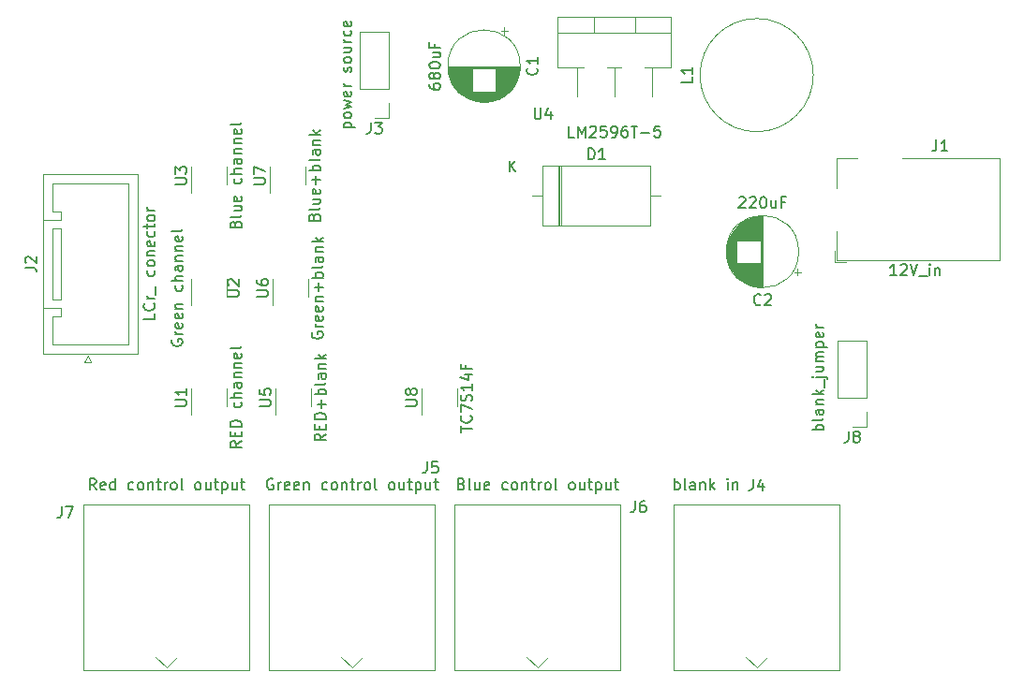
<source format=gbr>
G04 #@! TF.GenerationSoftware,KiCad,Pcbnew,5.0.2-bee76a0~70~ubuntu18.04.1*
G04 #@! TF.CreationDate,2019-01-20T23:04:17+00:00*
G04 #@! TF.ProjectId,Lcr_addon,4c63725f-6164-4646-9f6e-2e6b69636164,rev?*
G04 #@! TF.SameCoordinates,Original*
G04 #@! TF.FileFunction,Legend,Top*
G04 #@! TF.FilePolarity,Positive*
%FSLAX46Y46*%
G04 Gerber Fmt 4.6, Leading zero omitted, Abs format (unit mm)*
G04 Created by KiCad (PCBNEW 5.0.2-bee76a0~70~ubuntu18.04.1) date Sun 20 Jan 2019 23:04:17 GMT*
%MOMM*%
%LPD*%
G01*
G04 APERTURE LIST*
%ADD10C,0.120000*%
%ADD11C,0.150000*%
G04 APERTURE END LIST*
D10*
G04 #@! TO.C,U4*
X85655000Y-52132000D02*
X95896000Y-52132000D01*
X85655000Y-56773000D02*
X88011000Y-56773000D01*
X90141000Y-56773000D02*
X91411000Y-56773000D01*
X93541000Y-56773000D02*
X95896000Y-56773000D01*
X85655000Y-52132000D02*
X85655000Y-56773000D01*
X95896000Y-52132000D02*
X95896000Y-56773000D01*
X85655000Y-53641000D02*
X95896000Y-53641000D01*
X88926000Y-52132000D02*
X88926000Y-53641000D01*
X92626000Y-52132000D02*
X92626000Y-53641000D01*
X87376000Y-56773000D02*
X87376000Y-59403000D01*
X90776000Y-56773000D02*
X90776000Y-59387000D01*
X94176000Y-56773000D02*
X94176000Y-59387000D01*
G04 #@! TO.C,U6*
X63068000Y-77508000D02*
X63068000Y-75908000D01*
X59868000Y-75908000D02*
X59868000Y-78208000D01*
G04 #@! TO.C,C1*
X81148000Y-53436759D02*
X80518000Y-53436759D01*
X80833000Y-53121759D02*
X80833000Y-53751759D01*
X79396000Y-59863000D02*
X78592000Y-59863000D01*
X79627000Y-59823000D02*
X78361000Y-59823000D01*
X79796000Y-59783000D02*
X78192000Y-59783000D01*
X79934000Y-59743000D02*
X78054000Y-59743000D01*
X80053000Y-59703000D02*
X77935000Y-59703000D01*
X80159000Y-59663000D02*
X77829000Y-59663000D01*
X80256000Y-59623000D02*
X77732000Y-59623000D01*
X80344000Y-59583000D02*
X77644000Y-59583000D01*
X80426000Y-59543000D02*
X77562000Y-59543000D01*
X80503000Y-59503000D02*
X77485000Y-59503000D01*
X80575000Y-59463000D02*
X77413000Y-59463000D01*
X80644000Y-59423000D02*
X77344000Y-59423000D01*
X80708000Y-59383000D02*
X77280000Y-59383000D01*
X80770000Y-59343000D02*
X77218000Y-59343000D01*
X80828000Y-59303000D02*
X77160000Y-59303000D01*
X80884000Y-59263000D02*
X77104000Y-59263000D01*
X80938000Y-59223000D02*
X77050000Y-59223000D01*
X80989000Y-59183000D02*
X76999000Y-59183000D01*
X81038000Y-59143000D02*
X76950000Y-59143000D01*
X81086000Y-59103000D02*
X76902000Y-59103000D01*
X81131000Y-59063000D02*
X76857000Y-59063000D01*
X81176000Y-59023000D02*
X76812000Y-59023000D01*
X81218000Y-58983000D02*
X76770000Y-58983000D01*
X81259000Y-58943000D02*
X76729000Y-58943000D01*
X77954000Y-58903000D02*
X76689000Y-58903000D01*
X81299000Y-58903000D02*
X80034000Y-58903000D01*
X77954000Y-58863000D02*
X76651000Y-58863000D01*
X81337000Y-58863000D02*
X80034000Y-58863000D01*
X77954000Y-58823000D02*
X76614000Y-58823000D01*
X81374000Y-58823000D02*
X80034000Y-58823000D01*
X77954000Y-58783000D02*
X76578000Y-58783000D01*
X81410000Y-58783000D02*
X80034000Y-58783000D01*
X77954000Y-58743000D02*
X76544000Y-58743000D01*
X81444000Y-58743000D02*
X80034000Y-58743000D01*
X77954000Y-58703000D02*
X76510000Y-58703000D01*
X81478000Y-58703000D02*
X80034000Y-58703000D01*
X77954000Y-58663000D02*
X76478000Y-58663000D01*
X81510000Y-58663000D02*
X80034000Y-58663000D01*
X77954000Y-58623000D02*
X76446000Y-58623000D01*
X81542000Y-58623000D02*
X80034000Y-58623000D01*
X77954000Y-58583000D02*
X76416000Y-58583000D01*
X81572000Y-58583000D02*
X80034000Y-58583000D01*
X77954000Y-58543000D02*
X76387000Y-58543000D01*
X81601000Y-58543000D02*
X80034000Y-58543000D01*
X77954000Y-58503000D02*
X76358000Y-58503000D01*
X81630000Y-58503000D02*
X80034000Y-58503000D01*
X77954000Y-58463000D02*
X76330000Y-58463000D01*
X81658000Y-58463000D02*
X80034000Y-58463000D01*
X77954000Y-58423000D02*
X76304000Y-58423000D01*
X81684000Y-58423000D02*
X80034000Y-58423000D01*
X77954000Y-58383000D02*
X76278000Y-58383000D01*
X81710000Y-58383000D02*
X80034000Y-58383000D01*
X77954000Y-58343000D02*
X76252000Y-58343000D01*
X81736000Y-58343000D02*
X80034000Y-58343000D01*
X77954000Y-58303000D02*
X76228000Y-58303000D01*
X81760000Y-58303000D02*
X80034000Y-58303000D01*
X77954000Y-58263000D02*
X76204000Y-58263000D01*
X81784000Y-58263000D02*
X80034000Y-58263000D01*
X77954000Y-58223000D02*
X76182000Y-58223000D01*
X81806000Y-58223000D02*
X80034000Y-58223000D01*
X77954000Y-58183000D02*
X76160000Y-58183000D01*
X81828000Y-58183000D02*
X80034000Y-58183000D01*
X77954000Y-58143000D02*
X76138000Y-58143000D01*
X81850000Y-58143000D02*
X80034000Y-58143000D01*
X77954000Y-58103000D02*
X76118000Y-58103000D01*
X81870000Y-58103000D02*
X80034000Y-58103000D01*
X77954000Y-58063000D02*
X76098000Y-58063000D01*
X81890000Y-58063000D02*
X80034000Y-58063000D01*
X77954000Y-58023000D02*
X76078000Y-58023000D01*
X81910000Y-58023000D02*
X80034000Y-58023000D01*
X77954000Y-57983000D02*
X76060000Y-57983000D01*
X81928000Y-57983000D02*
X80034000Y-57983000D01*
X77954000Y-57943000D02*
X76042000Y-57943000D01*
X81946000Y-57943000D02*
X80034000Y-57943000D01*
X77954000Y-57903000D02*
X76024000Y-57903000D01*
X81964000Y-57903000D02*
X80034000Y-57903000D01*
X77954000Y-57863000D02*
X76008000Y-57863000D01*
X81980000Y-57863000D02*
X80034000Y-57863000D01*
X77954000Y-57823000D02*
X75992000Y-57823000D01*
X81996000Y-57823000D02*
X80034000Y-57823000D01*
X77954000Y-57783000D02*
X75976000Y-57783000D01*
X82012000Y-57783000D02*
X80034000Y-57783000D01*
X77954000Y-57743000D02*
X75961000Y-57743000D01*
X82027000Y-57743000D02*
X80034000Y-57743000D01*
X77954000Y-57703000D02*
X75947000Y-57703000D01*
X82041000Y-57703000D02*
X80034000Y-57703000D01*
X77954000Y-57663000D02*
X75933000Y-57663000D01*
X82055000Y-57663000D02*
X80034000Y-57663000D01*
X77954000Y-57623000D02*
X75920000Y-57623000D01*
X82068000Y-57623000D02*
X80034000Y-57623000D01*
X77954000Y-57583000D02*
X75908000Y-57583000D01*
X82080000Y-57583000D02*
X80034000Y-57583000D01*
X77954000Y-57543000D02*
X75896000Y-57543000D01*
X82092000Y-57543000D02*
X80034000Y-57543000D01*
X77954000Y-57503000D02*
X75884000Y-57503000D01*
X82104000Y-57503000D02*
X80034000Y-57503000D01*
X77954000Y-57463000D02*
X75873000Y-57463000D01*
X82115000Y-57463000D02*
X80034000Y-57463000D01*
X77954000Y-57423000D02*
X75863000Y-57423000D01*
X82125000Y-57423000D02*
X80034000Y-57423000D01*
X77954000Y-57383000D02*
X75853000Y-57383000D01*
X82135000Y-57383000D02*
X80034000Y-57383000D01*
X77954000Y-57343000D02*
X75844000Y-57343000D01*
X82144000Y-57343000D02*
X80034000Y-57343000D01*
X77954000Y-57302000D02*
X75835000Y-57302000D01*
X82153000Y-57302000D02*
X80034000Y-57302000D01*
X77954000Y-57262000D02*
X75827000Y-57262000D01*
X82161000Y-57262000D02*
X80034000Y-57262000D01*
X77954000Y-57222000D02*
X75819000Y-57222000D01*
X82169000Y-57222000D02*
X80034000Y-57222000D01*
X77954000Y-57182000D02*
X75812000Y-57182000D01*
X82176000Y-57182000D02*
X80034000Y-57182000D01*
X77954000Y-57142000D02*
X75805000Y-57142000D01*
X82183000Y-57142000D02*
X80034000Y-57142000D01*
X77954000Y-57102000D02*
X75799000Y-57102000D01*
X82189000Y-57102000D02*
X80034000Y-57102000D01*
X77954000Y-57062000D02*
X75793000Y-57062000D01*
X82195000Y-57062000D02*
X80034000Y-57062000D01*
X77954000Y-57022000D02*
X75788000Y-57022000D01*
X82200000Y-57022000D02*
X80034000Y-57022000D01*
X77954000Y-56982000D02*
X75783000Y-56982000D01*
X82205000Y-56982000D02*
X80034000Y-56982000D01*
X77954000Y-56942000D02*
X75779000Y-56942000D01*
X82209000Y-56942000D02*
X80034000Y-56942000D01*
X77954000Y-56902000D02*
X75776000Y-56902000D01*
X82212000Y-56902000D02*
X80034000Y-56902000D01*
X77954000Y-56862000D02*
X75772000Y-56862000D01*
X82216000Y-56862000D02*
X80034000Y-56862000D01*
X82218000Y-56822000D02*
X75770000Y-56822000D01*
X82221000Y-56782000D02*
X75767000Y-56782000D01*
X82222000Y-56742000D02*
X75766000Y-56742000D01*
X82224000Y-56702000D02*
X75764000Y-56702000D01*
X82224000Y-56662000D02*
X75764000Y-56662000D01*
X82224000Y-56622000D02*
X75764000Y-56622000D01*
X82264000Y-56622000D02*
G75*
G03X82264000Y-56622000I-3270000J0D01*
G01*
G04 #@! TO.C,C2*
X107430000Y-73406000D02*
G75*
G03X107430000Y-73406000I-3270000J0D01*
G01*
X104160000Y-76636000D02*
X104160000Y-70176000D01*
X104120000Y-76636000D02*
X104120000Y-70176000D01*
X104080000Y-76636000D02*
X104080000Y-70176000D01*
X104040000Y-76634000D02*
X104040000Y-70178000D01*
X104000000Y-76633000D02*
X104000000Y-70179000D01*
X103960000Y-76630000D02*
X103960000Y-70182000D01*
X103920000Y-76628000D02*
X103920000Y-74446000D01*
X103920000Y-72366000D02*
X103920000Y-70184000D01*
X103880000Y-76624000D02*
X103880000Y-74446000D01*
X103880000Y-72366000D02*
X103880000Y-70188000D01*
X103840000Y-76621000D02*
X103840000Y-74446000D01*
X103840000Y-72366000D02*
X103840000Y-70191000D01*
X103800000Y-76617000D02*
X103800000Y-74446000D01*
X103800000Y-72366000D02*
X103800000Y-70195000D01*
X103760000Y-76612000D02*
X103760000Y-74446000D01*
X103760000Y-72366000D02*
X103760000Y-70200000D01*
X103720000Y-76607000D02*
X103720000Y-74446000D01*
X103720000Y-72366000D02*
X103720000Y-70205000D01*
X103680000Y-76601000D02*
X103680000Y-74446000D01*
X103680000Y-72366000D02*
X103680000Y-70211000D01*
X103640000Y-76595000D02*
X103640000Y-74446000D01*
X103640000Y-72366000D02*
X103640000Y-70217000D01*
X103600000Y-76588000D02*
X103600000Y-74446000D01*
X103600000Y-72366000D02*
X103600000Y-70224000D01*
X103560000Y-76581000D02*
X103560000Y-74446000D01*
X103560000Y-72366000D02*
X103560000Y-70231000D01*
X103520000Y-76573000D02*
X103520000Y-74446000D01*
X103520000Y-72366000D02*
X103520000Y-70239000D01*
X103480000Y-76565000D02*
X103480000Y-74446000D01*
X103480000Y-72366000D02*
X103480000Y-70247000D01*
X103439000Y-76556000D02*
X103439000Y-74446000D01*
X103439000Y-72366000D02*
X103439000Y-70256000D01*
X103399000Y-76547000D02*
X103399000Y-74446000D01*
X103399000Y-72366000D02*
X103399000Y-70265000D01*
X103359000Y-76537000D02*
X103359000Y-74446000D01*
X103359000Y-72366000D02*
X103359000Y-70275000D01*
X103319000Y-76527000D02*
X103319000Y-74446000D01*
X103319000Y-72366000D02*
X103319000Y-70285000D01*
X103279000Y-76516000D02*
X103279000Y-74446000D01*
X103279000Y-72366000D02*
X103279000Y-70296000D01*
X103239000Y-76504000D02*
X103239000Y-74446000D01*
X103239000Y-72366000D02*
X103239000Y-70308000D01*
X103199000Y-76492000D02*
X103199000Y-74446000D01*
X103199000Y-72366000D02*
X103199000Y-70320000D01*
X103159000Y-76480000D02*
X103159000Y-74446000D01*
X103159000Y-72366000D02*
X103159000Y-70332000D01*
X103119000Y-76467000D02*
X103119000Y-74446000D01*
X103119000Y-72366000D02*
X103119000Y-70345000D01*
X103079000Y-76453000D02*
X103079000Y-74446000D01*
X103079000Y-72366000D02*
X103079000Y-70359000D01*
X103039000Y-76439000D02*
X103039000Y-74446000D01*
X103039000Y-72366000D02*
X103039000Y-70373000D01*
X102999000Y-76424000D02*
X102999000Y-74446000D01*
X102999000Y-72366000D02*
X102999000Y-70388000D01*
X102959000Y-76408000D02*
X102959000Y-74446000D01*
X102959000Y-72366000D02*
X102959000Y-70404000D01*
X102919000Y-76392000D02*
X102919000Y-74446000D01*
X102919000Y-72366000D02*
X102919000Y-70420000D01*
X102879000Y-76376000D02*
X102879000Y-74446000D01*
X102879000Y-72366000D02*
X102879000Y-70436000D01*
X102839000Y-76358000D02*
X102839000Y-74446000D01*
X102839000Y-72366000D02*
X102839000Y-70454000D01*
X102799000Y-76340000D02*
X102799000Y-74446000D01*
X102799000Y-72366000D02*
X102799000Y-70472000D01*
X102759000Y-76322000D02*
X102759000Y-74446000D01*
X102759000Y-72366000D02*
X102759000Y-70490000D01*
X102719000Y-76302000D02*
X102719000Y-74446000D01*
X102719000Y-72366000D02*
X102719000Y-70510000D01*
X102679000Y-76282000D02*
X102679000Y-74446000D01*
X102679000Y-72366000D02*
X102679000Y-70530000D01*
X102639000Y-76262000D02*
X102639000Y-74446000D01*
X102639000Y-72366000D02*
X102639000Y-70550000D01*
X102599000Y-76240000D02*
X102599000Y-74446000D01*
X102599000Y-72366000D02*
X102599000Y-70572000D01*
X102559000Y-76218000D02*
X102559000Y-74446000D01*
X102559000Y-72366000D02*
X102559000Y-70594000D01*
X102519000Y-76196000D02*
X102519000Y-74446000D01*
X102519000Y-72366000D02*
X102519000Y-70616000D01*
X102479000Y-76172000D02*
X102479000Y-74446000D01*
X102479000Y-72366000D02*
X102479000Y-70640000D01*
X102439000Y-76148000D02*
X102439000Y-74446000D01*
X102439000Y-72366000D02*
X102439000Y-70664000D01*
X102399000Y-76122000D02*
X102399000Y-74446000D01*
X102399000Y-72366000D02*
X102399000Y-70690000D01*
X102359000Y-76096000D02*
X102359000Y-74446000D01*
X102359000Y-72366000D02*
X102359000Y-70716000D01*
X102319000Y-76070000D02*
X102319000Y-74446000D01*
X102319000Y-72366000D02*
X102319000Y-70742000D01*
X102279000Y-76042000D02*
X102279000Y-74446000D01*
X102279000Y-72366000D02*
X102279000Y-70770000D01*
X102239000Y-76013000D02*
X102239000Y-74446000D01*
X102239000Y-72366000D02*
X102239000Y-70799000D01*
X102199000Y-75984000D02*
X102199000Y-74446000D01*
X102199000Y-72366000D02*
X102199000Y-70828000D01*
X102159000Y-75954000D02*
X102159000Y-74446000D01*
X102159000Y-72366000D02*
X102159000Y-70858000D01*
X102119000Y-75922000D02*
X102119000Y-74446000D01*
X102119000Y-72366000D02*
X102119000Y-70890000D01*
X102079000Y-75890000D02*
X102079000Y-74446000D01*
X102079000Y-72366000D02*
X102079000Y-70922000D01*
X102039000Y-75856000D02*
X102039000Y-74446000D01*
X102039000Y-72366000D02*
X102039000Y-70956000D01*
X101999000Y-75822000D02*
X101999000Y-74446000D01*
X101999000Y-72366000D02*
X101999000Y-70990000D01*
X101959000Y-75786000D02*
X101959000Y-74446000D01*
X101959000Y-72366000D02*
X101959000Y-71026000D01*
X101919000Y-75749000D02*
X101919000Y-74446000D01*
X101919000Y-72366000D02*
X101919000Y-71063000D01*
X101879000Y-75711000D02*
X101879000Y-74446000D01*
X101879000Y-72366000D02*
X101879000Y-71101000D01*
X101839000Y-75671000D02*
X101839000Y-71141000D01*
X101799000Y-75630000D02*
X101799000Y-71182000D01*
X101759000Y-75588000D02*
X101759000Y-71224000D01*
X101719000Y-75543000D02*
X101719000Y-71269000D01*
X101679000Y-75498000D02*
X101679000Y-71314000D01*
X101639000Y-75450000D02*
X101639000Y-71362000D01*
X101599000Y-75401000D02*
X101599000Y-71411000D01*
X101559000Y-75350000D02*
X101559000Y-71462000D01*
X101519000Y-75296000D02*
X101519000Y-71516000D01*
X101479000Y-75240000D02*
X101479000Y-71572000D01*
X101439000Y-75182000D02*
X101439000Y-71630000D01*
X101399000Y-75120000D02*
X101399000Y-71692000D01*
X101359000Y-75056000D02*
X101359000Y-71756000D01*
X101319000Y-74987000D02*
X101319000Y-71825000D01*
X101279000Y-74915000D02*
X101279000Y-71897000D01*
X101239000Y-74838000D02*
X101239000Y-71974000D01*
X101199000Y-74756000D02*
X101199000Y-72056000D01*
X101159000Y-74668000D02*
X101159000Y-72144000D01*
X101119000Y-74571000D02*
X101119000Y-72241000D01*
X101079000Y-74465000D02*
X101079000Y-72347000D01*
X101039000Y-74346000D02*
X101039000Y-72466000D01*
X100999000Y-74208000D02*
X100999000Y-72604000D01*
X100959000Y-74039000D02*
X100959000Y-72773000D01*
X100919000Y-73808000D02*
X100919000Y-73004000D01*
X107660241Y-75245000D02*
X107030241Y-75245000D01*
X107345241Y-75560000D02*
X107345241Y-74930000D01*
G04 #@! TO.C,D1*
X84284000Y-65606000D02*
X84284000Y-71046000D01*
X84284000Y-71046000D02*
X94024000Y-71046000D01*
X94024000Y-71046000D02*
X94024000Y-65606000D01*
X94024000Y-65606000D02*
X84284000Y-65606000D01*
X83374000Y-68326000D02*
X84284000Y-68326000D01*
X94934000Y-68326000D02*
X94024000Y-68326000D01*
X85829000Y-65606000D02*
X85829000Y-71046000D01*
X85949000Y-65606000D02*
X85949000Y-71046000D01*
X85709000Y-65606000D02*
X85709000Y-71046000D01*
G04 #@! TO.C,J1*
X110660000Y-73346000D02*
X110660000Y-74396000D01*
X111710000Y-74396000D02*
X110660000Y-74396000D01*
X116760000Y-64996000D02*
X125560000Y-64996000D01*
X125560000Y-64996000D02*
X125560000Y-74196000D01*
X110860000Y-67696000D02*
X110860000Y-64996000D01*
X110860000Y-64996000D02*
X112760000Y-64996000D01*
X125560000Y-74196000D02*
X110860000Y-74196000D01*
X110860000Y-74196000D02*
X110860000Y-71596000D01*
G04 #@! TO.C,J2*
X40030000Y-77768000D02*
X40780000Y-77768000D01*
X40780000Y-77768000D02*
X40780000Y-71268000D01*
X40780000Y-71268000D02*
X40030000Y-71268000D01*
X40030000Y-71268000D02*
X40030000Y-77768000D01*
X39170000Y-78518000D02*
X40780000Y-78518000D01*
X40780000Y-78518000D02*
X40780000Y-79268000D01*
X40780000Y-79268000D02*
X40030000Y-79268000D01*
X40030000Y-79268000D02*
X40030000Y-81768000D01*
X40030000Y-81768000D02*
X46830000Y-81768000D01*
X46830000Y-81768000D02*
X46830000Y-74518000D01*
X39170000Y-70518000D02*
X40780000Y-70518000D01*
X40780000Y-70518000D02*
X40780000Y-69768000D01*
X40780000Y-69768000D02*
X40030000Y-69768000D01*
X40030000Y-69768000D02*
X40030000Y-67268000D01*
X40030000Y-67268000D02*
X46830000Y-67268000D01*
X46830000Y-67268000D02*
X46830000Y-74518000D01*
X39170000Y-82628000D02*
X47690000Y-82628000D01*
X47690000Y-82628000D02*
X47690000Y-66408000D01*
X47690000Y-66408000D02*
X39170000Y-66408000D01*
X39170000Y-66408000D02*
X39170000Y-82628000D01*
X43180000Y-82828000D02*
X43480000Y-83428000D01*
X43480000Y-83428000D02*
X42880000Y-83428000D01*
X42880000Y-83428000D02*
X43180000Y-82828000D01*
G04 #@! TO.C,J3*
X70418000Y-53534000D02*
X67758000Y-53534000D01*
X70418000Y-58674000D02*
X70418000Y-53534000D01*
X67758000Y-58674000D02*
X67758000Y-53534000D01*
X70418000Y-58674000D02*
X67758000Y-58674000D01*
X70418000Y-59944000D02*
X70418000Y-61274000D01*
X70418000Y-61274000D02*
X69088000Y-61274000D01*
G04 #@! TO.C,J4*
X103632000Y-111052000D02*
X102632000Y-110052000D01*
X103632000Y-111052000D02*
X104632000Y-110052000D01*
X111132000Y-96252000D02*
X111132000Y-111252000D01*
X96132000Y-96252000D02*
X111132000Y-96252000D01*
X96132000Y-111252000D02*
X96132000Y-96252000D01*
X111132000Y-111252000D02*
X96132000Y-111252000D01*
G04 #@! TO.C,J5*
X67056000Y-111052000D02*
X66056000Y-110052000D01*
X67056000Y-111052000D02*
X68056000Y-110052000D01*
X74556000Y-96252000D02*
X74556000Y-111252000D01*
X59556000Y-96252000D02*
X74556000Y-96252000D01*
X59556000Y-111252000D02*
X59556000Y-96252000D01*
X74556000Y-111252000D02*
X59556000Y-111252000D01*
G04 #@! TO.C,J6*
X91320000Y-111252000D02*
X76320000Y-111252000D01*
X76320000Y-111252000D02*
X76320000Y-96252000D01*
X76320000Y-96252000D02*
X91320000Y-96252000D01*
X91320000Y-96252000D02*
X91320000Y-111252000D01*
X83820000Y-111052000D02*
X84820000Y-110052000D01*
X83820000Y-111052000D02*
X82820000Y-110052000D01*
G04 #@! TO.C,J7*
X57792000Y-111252000D02*
X42792000Y-111252000D01*
X42792000Y-111252000D02*
X42792000Y-96252000D01*
X42792000Y-96252000D02*
X57792000Y-96252000D01*
X57792000Y-96252000D02*
X57792000Y-111252000D01*
X50292000Y-111052000D02*
X51292000Y-110052000D01*
X50292000Y-111052000D02*
X49292000Y-110052000D01*
G04 #@! TO.C,L1*
X108752000Y-57444000D02*
G75*
G03X108752000Y-57444000I-5120000J0D01*
G01*
G04 #@! TO.C,U1*
X55702000Y-87414000D02*
X55702000Y-85814000D01*
X52502000Y-85814000D02*
X52502000Y-88114000D01*
G04 #@! TO.C,U2*
X52502000Y-75908000D02*
X52502000Y-78208000D01*
X55702000Y-77508000D02*
X55702000Y-75908000D01*
G04 #@! TO.C,U3*
X55702000Y-67348000D02*
X55702000Y-65748000D01*
X52502000Y-65748000D02*
X52502000Y-68048000D01*
G04 #@! TO.C,U5*
X60122000Y-85814000D02*
X60122000Y-88114000D01*
X63322000Y-87414000D02*
X63322000Y-85814000D01*
G04 #@! TO.C,U7*
X59614000Y-65748000D02*
X59614000Y-68048000D01*
X62814000Y-67348000D02*
X62814000Y-65748000D01*
G04 #@! TO.C,U8*
X76530000Y-87414000D02*
X76530000Y-85814000D01*
X73330000Y-85814000D02*
X73330000Y-88114000D01*
G04 #@! TO.C,J8*
X113598000Y-81474000D02*
X110938000Y-81474000D01*
X113598000Y-86614000D02*
X113598000Y-81474000D01*
X110938000Y-86614000D02*
X110938000Y-81474000D01*
X113598000Y-86614000D02*
X110938000Y-86614000D01*
X113598000Y-87884000D02*
X113598000Y-89214000D01*
X113598000Y-89214000D02*
X112268000Y-89214000D01*
G04 #@! TO.C,U4*
D11*
X83566095Y-60412380D02*
X83566095Y-61221904D01*
X83613714Y-61317142D01*
X83661333Y-61364761D01*
X83756571Y-61412380D01*
X83947047Y-61412380D01*
X84042285Y-61364761D01*
X84089904Y-61317142D01*
X84137523Y-61221904D01*
X84137523Y-60412380D01*
X85042285Y-60745714D02*
X85042285Y-61412380D01*
X84804190Y-60364761D02*
X84566095Y-61079047D01*
X85185142Y-61079047D01*
X87133142Y-63054380D02*
X86656952Y-63054380D01*
X86656952Y-62054380D01*
X87466476Y-63054380D02*
X87466476Y-62054380D01*
X87799809Y-62768666D01*
X88133142Y-62054380D01*
X88133142Y-63054380D01*
X88561714Y-62149619D02*
X88609333Y-62102000D01*
X88704571Y-62054380D01*
X88942666Y-62054380D01*
X89037904Y-62102000D01*
X89085523Y-62149619D01*
X89133142Y-62244857D01*
X89133142Y-62340095D01*
X89085523Y-62482952D01*
X88514095Y-63054380D01*
X89133142Y-63054380D01*
X90037904Y-62054380D02*
X89561714Y-62054380D01*
X89514095Y-62530571D01*
X89561714Y-62482952D01*
X89656952Y-62435333D01*
X89895047Y-62435333D01*
X89990285Y-62482952D01*
X90037904Y-62530571D01*
X90085523Y-62625809D01*
X90085523Y-62863904D01*
X90037904Y-62959142D01*
X89990285Y-63006761D01*
X89895047Y-63054380D01*
X89656952Y-63054380D01*
X89561714Y-63006761D01*
X89514095Y-62959142D01*
X90561714Y-63054380D02*
X90752190Y-63054380D01*
X90847428Y-63006761D01*
X90895047Y-62959142D01*
X90990285Y-62816285D01*
X91037904Y-62625809D01*
X91037904Y-62244857D01*
X90990285Y-62149619D01*
X90942666Y-62102000D01*
X90847428Y-62054380D01*
X90656952Y-62054380D01*
X90561714Y-62102000D01*
X90514095Y-62149619D01*
X90466476Y-62244857D01*
X90466476Y-62482952D01*
X90514095Y-62578190D01*
X90561714Y-62625809D01*
X90656952Y-62673428D01*
X90847428Y-62673428D01*
X90942666Y-62625809D01*
X90990285Y-62578190D01*
X91037904Y-62482952D01*
X91895047Y-62054380D02*
X91704571Y-62054380D01*
X91609333Y-62102000D01*
X91561714Y-62149619D01*
X91466476Y-62292476D01*
X91418857Y-62482952D01*
X91418857Y-62863904D01*
X91466476Y-62959142D01*
X91514095Y-63006761D01*
X91609333Y-63054380D01*
X91799809Y-63054380D01*
X91895047Y-63006761D01*
X91942666Y-62959142D01*
X91990285Y-62863904D01*
X91990285Y-62625809D01*
X91942666Y-62530571D01*
X91895047Y-62482952D01*
X91799809Y-62435333D01*
X91609333Y-62435333D01*
X91514095Y-62482952D01*
X91466476Y-62530571D01*
X91418857Y-62625809D01*
X92276000Y-62054380D02*
X92847428Y-62054380D01*
X92561714Y-63054380D02*
X92561714Y-62054380D01*
X93180761Y-62673428D02*
X93942666Y-62673428D01*
X94895047Y-62054380D02*
X94418857Y-62054380D01*
X94371238Y-62530571D01*
X94418857Y-62482952D01*
X94514095Y-62435333D01*
X94752190Y-62435333D01*
X94847428Y-62482952D01*
X94895047Y-62530571D01*
X94942666Y-62625809D01*
X94942666Y-62863904D01*
X94895047Y-62959142D01*
X94847428Y-63006761D01*
X94752190Y-63054380D01*
X94514095Y-63054380D01*
X94418857Y-63006761D01*
X94371238Y-62959142D01*
G04 #@! TO.C,U6*
X58470380Y-77469904D02*
X59279904Y-77469904D01*
X59375142Y-77422285D01*
X59422761Y-77374666D01*
X59470380Y-77279428D01*
X59470380Y-77088952D01*
X59422761Y-76993714D01*
X59375142Y-76946095D01*
X59279904Y-76898476D01*
X58470380Y-76898476D01*
X58470380Y-75993714D02*
X58470380Y-76184190D01*
X58518000Y-76279428D01*
X58565619Y-76327047D01*
X58708476Y-76422285D01*
X58898952Y-76469904D01*
X59279904Y-76469904D01*
X59375142Y-76422285D01*
X59422761Y-76374666D01*
X59470380Y-76279428D01*
X59470380Y-76088952D01*
X59422761Y-75993714D01*
X59375142Y-75946095D01*
X59279904Y-75898476D01*
X59041809Y-75898476D01*
X58946571Y-75946095D01*
X58898952Y-75993714D01*
X58851333Y-76088952D01*
X58851333Y-76279428D01*
X58898952Y-76374666D01*
X58946571Y-76422285D01*
X59041809Y-76469904D01*
X63468000Y-80708000D02*
X63420380Y-80803238D01*
X63420380Y-80946095D01*
X63468000Y-81088952D01*
X63563238Y-81184190D01*
X63658476Y-81231809D01*
X63848952Y-81279428D01*
X63991809Y-81279428D01*
X64182285Y-81231809D01*
X64277523Y-81184190D01*
X64372761Y-81088952D01*
X64420380Y-80946095D01*
X64420380Y-80850857D01*
X64372761Y-80708000D01*
X64325142Y-80660380D01*
X63991809Y-80660380D01*
X63991809Y-80850857D01*
X64420380Y-80231809D02*
X63753714Y-80231809D01*
X63944190Y-80231809D02*
X63848952Y-80184190D01*
X63801333Y-80136571D01*
X63753714Y-80041333D01*
X63753714Y-79946095D01*
X64372761Y-79231809D02*
X64420380Y-79327047D01*
X64420380Y-79517523D01*
X64372761Y-79612761D01*
X64277523Y-79660380D01*
X63896571Y-79660380D01*
X63801333Y-79612761D01*
X63753714Y-79517523D01*
X63753714Y-79327047D01*
X63801333Y-79231809D01*
X63896571Y-79184190D01*
X63991809Y-79184190D01*
X64087047Y-79660380D01*
X64372761Y-78374666D02*
X64420380Y-78469904D01*
X64420380Y-78660380D01*
X64372761Y-78755619D01*
X64277523Y-78803238D01*
X63896571Y-78803238D01*
X63801333Y-78755619D01*
X63753714Y-78660380D01*
X63753714Y-78469904D01*
X63801333Y-78374666D01*
X63896571Y-78327047D01*
X63991809Y-78327047D01*
X64087047Y-78803238D01*
X63753714Y-77898476D02*
X64420380Y-77898476D01*
X63848952Y-77898476D02*
X63801333Y-77850857D01*
X63753714Y-77755619D01*
X63753714Y-77612761D01*
X63801333Y-77517523D01*
X63896571Y-77469904D01*
X64420380Y-77469904D01*
X64039428Y-76993714D02*
X64039428Y-76231809D01*
X64420380Y-76612761D02*
X63658476Y-76612761D01*
X64420380Y-75755619D02*
X63420380Y-75755619D01*
X63801333Y-75755619D02*
X63753714Y-75660380D01*
X63753714Y-75469904D01*
X63801333Y-75374666D01*
X63848952Y-75327047D01*
X63944190Y-75279428D01*
X64229904Y-75279428D01*
X64325142Y-75327047D01*
X64372761Y-75374666D01*
X64420380Y-75469904D01*
X64420380Y-75660380D01*
X64372761Y-75755619D01*
X64420380Y-74708000D02*
X64372761Y-74803238D01*
X64277523Y-74850857D01*
X63420380Y-74850857D01*
X64420380Y-73898476D02*
X63896571Y-73898476D01*
X63801333Y-73946095D01*
X63753714Y-74041333D01*
X63753714Y-74231809D01*
X63801333Y-74327047D01*
X64372761Y-73898476D02*
X64420380Y-73993714D01*
X64420380Y-74231809D01*
X64372761Y-74327047D01*
X64277523Y-74374666D01*
X64182285Y-74374666D01*
X64087047Y-74327047D01*
X64039428Y-74231809D01*
X64039428Y-73993714D01*
X63991809Y-73898476D01*
X63753714Y-73422285D02*
X64420380Y-73422285D01*
X63848952Y-73422285D02*
X63801333Y-73374666D01*
X63753714Y-73279428D01*
X63753714Y-73136571D01*
X63801333Y-73041333D01*
X63896571Y-72993714D01*
X64420380Y-72993714D01*
X64420380Y-72517523D02*
X63420380Y-72517523D01*
X64039428Y-72422285D02*
X64420380Y-72136571D01*
X63753714Y-72136571D02*
X64134666Y-72517523D01*
G04 #@! TO.C,C1*
X83751142Y-56788666D02*
X83798761Y-56836285D01*
X83846380Y-56979142D01*
X83846380Y-57074380D01*
X83798761Y-57217238D01*
X83703523Y-57312476D01*
X83608285Y-57360095D01*
X83417809Y-57407714D01*
X83274952Y-57407714D01*
X83084476Y-57360095D01*
X82989238Y-57312476D01*
X82894000Y-57217238D01*
X82846380Y-57074380D01*
X82846380Y-56979142D01*
X82894000Y-56836285D01*
X82941619Y-56788666D01*
X83846380Y-55836285D02*
X83846380Y-56407714D01*
X83846380Y-56122000D02*
X82846380Y-56122000D01*
X82989238Y-56217238D01*
X83084476Y-56312476D01*
X83132095Y-56407714D01*
X74046380Y-58264857D02*
X74046380Y-58455333D01*
X74094000Y-58550571D01*
X74141619Y-58598190D01*
X74284476Y-58693428D01*
X74474952Y-58741047D01*
X74855904Y-58741047D01*
X74951142Y-58693428D01*
X74998761Y-58645809D01*
X75046380Y-58550571D01*
X75046380Y-58360095D01*
X74998761Y-58264857D01*
X74951142Y-58217238D01*
X74855904Y-58169619D01*
X74617809Y-58169619D01*
X74522571Y-58217238D01*
X74474952Y-58264857D01*
X74427333Y-58360095D01*
X74427333Y-58550571D01*
X74474952Y-58645809D01*
X74522571Y-58693428D01*
X74617809Y-58741047D01*
X74474952Y-57598190D02*
X74427333Y-57693428D01*
X74379714Y-57741047D01*
X74284476Y-57788666D01*
X74236857Y-57788666D01*
X74141619Y-57741047D01*
X74094000Y-57693428D01*
X74046380Y-57598190D01*
X74046380Y-57407714D01*
X74094000Y-57312476D01*
X74141619Y-57264857D01*
X74236857Y-57217238D01*
X74284476Y-57217238D01*
X74379714Y-57264857D01*
X74427333Y-57312476D01*
X74474952Y-57407714D01*
X74474952Y-57598190D01*
X74522571Y-57693428D01*
X74570190Y-57741047D01*
X74665428Y-57788666D01*
X74855904Y-57788666D01*
X74951142Y-57741047D01*
X74998761Y-57693428D01*
X75046380Y-57598190D01*
X75046380Y-57407714D01*
X74998761Y-57312476D01*
X74951142Y-57264857D01*
X74855904Y-57217238D01*
X74665428Y-57217238D01*
X74570190Y-57264857D01*
X74522571Y-57312476D01*
X74474952Y-57407714D01*
X74046380Y-56598190D02*
X74046380Y-56502952D01*
X74094000Y-56407714D01*
X74141619Y-56360095D01*
X74236857Y-56312476D01*
X74427333Y-56264857D01*
X74665428Y-56264857D01*
X74855904Y-56312476D01*
X74951142Y-56360095D01*
X74998761Y-56407714D01*
X75046380Y-56502952D01*
X75046380Y-56598190D01*
X74998761Y-56693428D01*
X74951142Y-56741047D01*
X74855904Y-56788666D01*
X74665428Y-56836285D01*
X74427333Y-56836285D01*
X74236857Y-56788666D01*
X74141619Y-56741047D01*
X74094000Y-56693428D01*
X74046380Y-56598190D01*
X74379714Y-55407714D02*
X75046380Y-55407714D01*
X74379714Y-55836285D02*
X74903523Y-55836285D01*
X74998761Y-55788666D01*
X75046380Y-55693428D01*
X75046380Y-55550571D01*
X74998761Y-55455333D01*
X74951142Y-55407714D01*
X74522571Y-54598190D02*
X74522571Y-54931523D01*
X75046380Y-54931523D02*
X74046380Y-54931523D01*
X74046380Y-54455333D01*
G04 #@! TO.C,C2*
X103993333Y-78163142D02*
X103945714Y-78210761D01*
X103802857Y-78258380D01*
X103707619Y-78258380D01*
X103564761Y-78210761D01*
X103469523Y-78115523D01*
X103421904Y-78020285D01*
X103374285Y-77829809D01*
X103374285Y-77686952D01*
X103421904Y-77496476D01*
X103469523Y-77401238D01*
X103564761Y-77306000D01*
X103707619Y-77258380D01*
X103802857Y-77258380D01*
X103945714Y-77306000D01*
X103993333Y-77353619D01*
X104374285Y-77353619D02*
X104421904Y-77306000D01*
X104517142Y-77258380D01*
X104755238Y-77258380D01*
X104850476Y-77306000D01*
X104898095Y-77353619D01*
X104945714Y-77448857D01*
X104945714Y-77544095D01*
X104898095Y-77686952D01*
X104326666Y-78258380D01*
X104945714Y-78258380D01*
X102040952Y-68553619D02*
X102088571Y-68506000D01*
X102183809Y-68458380D01*
X102421904Y-68458380D01*
X102517142Y-68506000D01*
X102564761Y-68553619D01*
X102612380Y-68648857D01*
X102612380Y-68744095D01*
X102564761Y-68886952D01*
X101993333Y-69458380D01*
X102612380Y-69458380D01*
X102993333Y-68553619D02*
X103040952Y-68506000D01*
X103136190Y-68458380D01*
X103374285Y-68458380D01*
X103469523Y-68506000D01*
X103517142Y-68553619D01*
X103564761Y-68648857D01*
X103564761Y-68744095D01*
X103517142Y-68886952D01*
X102945714Y-69458380D01*
X103564761Y-69458380D01*
X104183809Y-68458380D02*
X104279047Y-68458380D01*
X104374285Y-68506000D01*
X104421904Y-68553619D01*
X104469523Y-68648857D01*
X104517142Y-68839333D01*
X104517142Y-69077428D01*
X104469523Y-69267904D01*
X104421904Y-69363142D01*
X104374285Y-69410761D01*
X104279047Y-69458380D01*
X104183809Y-69458380D01*
X104088571Y-69410761D01*
X104040952Y-69363142D01*
X103993333Y-69267904D01*
X103945714Y-69077428D01*
X103945714Y-68839333D01*
X103993333Y-68648857D01*
X104040952Y-68553619D01*
X104088571Y-68506000D01*
X104183809Y-68458380D01*
X105374285Y-68791714D02*
X105374285Y-69458380D01*
X104945714Y-68791714D02*
X104945714Y-69315523D01*
X104993333Y-69410761D01*
X105088571Y-69458380D01*
X105231428Y-69458380D01*
X105326666Y-69410761D01*
X105374285Y-69363142D01*
X106183809Y-68934571D02*
X105850476Y-68934571D01*
X105850476Y-69458380D02*
X105850476Y-68458380D01*
X106326666Y-68458380D01*
G04 #@! TO.C,D1*
X88415904Y-65058380D02*
X88415904Y-64058380D01*
X88654000Y-64058380D01*
X88796857Y-64106000D01*
X88892095Y-64201238D01*
X88939714Y-64296476D01*
X88987333Y-64486952D01*
X88987333Y-64629809D01*
X88939714Y-64820285D01*
X88892095Y-64915523D01*
X88796857Y-65010761D01*
X88654000Y-65058380D01*
X88415904Y-65058380D01*
X89939714Y-65058380D02*
X89368285Y-65058380D01*
X89654000Y-65058380D02*
X89654000Y-64058380D01*
X89558761Y-64201238D01*
X89463523Y-64296476D01*
X89368285Y-64344095D01*
X81272095Y-66178380D02*
X81272095Y-65178380D01*
X81843523Y-66178380D02*
X81414952Y-65606952D01*
X81843523Y-65178380D02*
X81272095Y-65749809D01*
G04 #@! TO.C,J1*
X119876666Y-63298380D02*
X119876666Y-64012666D01*
X119829047Y-64155523D01*
X119733809Y-64250761D01*
X119590952Y-64298380D01*
X119495714Y-64298380D01*
X120876666Y-64298380D02*
X120305238Y-64298380D01*
X120590952Y-64298380D02*
X120590952Y-63298380D01*
X120495714Y-63441238D01*
X120400476Y-63536476D01*
X120305238Y-63584095D01*
X116269523Y-75548380D02*
X115698095Y-75548380D01*
X115983809Y-75548380D02*
X115983809Y-74548380D01*
X115888571Y-74691238D01*
X115793333Y-74786476D01*
X115698095Y-74834095D01*
X116650476Y-74643619D02*
X116698095Y-74596000D01*
X116793333Y-74548380D01*
X117031428Y-74548380D01*
X117126666Y-74596000D01*
X117174285Y-74643619D01*
X117221904Y-74738857D01*
X117221904Y-74834095D01*
X117174285Y-74976952D01*
X116602857Y-75548380D01*
X117221904Y-75548380D01*
X117507619Y-74548380D02*
X117840952Y-75548380D01*
X118174285Y-74548380D01*
X118269523Y-75643619D02*
X119031428Y-75643619D01*
X119269523Y-75548380D02*
X119269523Y-74881714D01*
X119269523Y-74548380D02*
X119221904Y-74596000D01*
X119269523Y-74643619D01*
X119317142Y-74596000D01*
X119269523Y-74548380D01*
X119269523Y-74643619D01*
X119745714Y-74881714D02*
X119745714Y-75548380D01*
X119745714Y-74976952D02*
X119793333Y-74929333D01*
X119888571Y-74881714D01*
X120031428Y-74881714D01*
X120126666Y-74929333D01*
X120174285Y-75024571D01*
X120174285Y-75548380D01*
G04 #@! TO.C,J2*
X37532380Y-74851333D02*
X38246666Y-74851333D01*
X38389523Y-74898952D01*
X38484761Y-74994190D01*
X38532380Y-75137047D01*
X38532380Y-75232285D01*
X37627619Y-74422761D02*
X37580000Y-74375142D01*
X37532380Y-74279904D01*
X37532380Y-74041809D01*
X37580000Y-73946571D01*
X37627619Y-73898952D01*
X37722857Y-73851333D01*
X37818095Y-73851333D01*
X37960952Y-73898952D01*
X38532380Y-74470380D01*
X38532380Y-73851333D01*
X49232380Y-79018000D02*
X49232380Y-79494190D01*
X48232380Y-79494190D01*
X49137142Y-78113238D02*
X49184761Y-78160857D01*
X49232380Y-78303714D01*
X49232380Y-78398952D01*
X49184761Y-78541809D01*
X49089523Y-78637047D01*
X48994285Y-78684666D01*
X48803809Y-78732285D01*
X48660952Y-78732285D01*
X48470476Y-78684666D01*
X48375238Y-78637047D01*
X48280000Y-78541809D01*
X48232380Y-78398952D01*
X48232380Y-78303714D01*
X48280000Y-78160857D01*
X48327619Y-78113238D01*
X49232380Y-77684666D02*
X48565714Y-77684666D01*
X48756190Y-77684666D02*
X48660952Y-77637047D01*
X48613333Y-77589428D01*
X48565714Y-77494190D01*
X48565714Y-77398952D01*
X49327619Y-77303714D02*
X49327619Y-76541809D01*
X49184761Y-75113238D02*
X49232380Y-75208476D01*
X49232380Y-75398952D01*
X49184761Y-75494190D01*
X49137142Y-75541809D01*
X49041904Y-75589428D01*
X48756190Y-75589428D01*
X48660952Y-75541809D01*
X48613333Y-75494190D01*
X48565714Y-75398952D01*
X48565714Y-75208476D01*
X48613333Y-75113238D01*
X49232380Y-74541809D02*
X49184761Y-74637047D01*
X49137142Y-74684666D01*
X49041904Y-74732285D01*
X48756190Y-74732285D01*
X48660952Y-74684666D01*
X48613333Y-74637047D01*
X48565714Y-74541809D01*
X48565714Y-74398952D01*
X48613333Y-74303714D01*
X48660952Y-74256095D01*
X48756190Y-74208476D01*
X49041904Y-74208476D01*
X49137142Y-74256095D01*
X49184761Y-74303714D01*
X49232380Y-74398952D01*
X49232380Y-74541809D01*
X48565714Y-73779904D02*
X49232380Y-73779904D01*
X48660952Y-73779904D02*
X48613333Y-73732285D01*
X48565714Y-73637047D01*
X48565714Y-73494190D01*
X48613333Y-73398952D01*
X48708571Y-73351333D01*
X49232380Y-73351333D01*
X49184761Y-72494190D02*
X49232380Y-72589428D01*
X49232380Y-72779904D01*
X49184761Y-72875142D01*
X49089523Y-72922761D01*
X48708571Y-72922761D01*
X48613333Y-72875142D01*
X48565714Y-72779904D01*
X48565714Y-72589428D01*
X48613333Y-72494190D01*
X48708571Y-72446571D01*
X48803809Y-72446571D01*
X48899047Y-72922761D01*
X49184761Y-71589428D02*
X49232380Y-71684666D01*
X49232380Y-71875142D01*
X49184761Y-71970380D01*
X49137142Y-72018000D01*
X49041904Y-72065619D01*
X48756190Y-72065619D01*
X48660952Y-72018000D01*
X48613333Y-71970380D01*
X48565714Y-71875142D01*
X48565714Y-71684666D01*
X48613333Y-71589428D01*
X48565714Y-71303714D02*
X48565714Y-70922761D01*
X48232380Y-71160857D02*
X49089523Y-71160857D01*
X49184761Y-71113238D01*
X49232380Y-71018000D01*
X49232380Y-70922761D01*
X49232380Y-70446571D02*
X49184761Y-70541809D01*
X49137142Y-70589428D01*
X49041904Y-70637047D01*
X48756190Y-70637047D01*
X48660952Y-70589428D01*
X48613333Y-70541809D01*
X48565714Y-70446571D01*
X48565714Y-70303714D01*
X48613333Y-70208476D01*
X48660952Y-70160857D01*
X48756190Y-70113238D01*
X49041904Y-70113238D01*
X49137142Y-70160857D01*
X49184761Y-70208476D01*
X49232380Y-70303714D01*
X49232380Y-70446571D01*
X49232380Y-69684666D02*
X48565714Y-69684666D01*
X48756190Y-69684666D02*
X48660952Y-69637047D01*
X48613333Y-69589428D01*
X48565714Y-69494190D01*
X48565714Y-69398952D01*
G04 #@! TO.C,J3*
X68754666Y-61726380D02*
X68754666Y-62440666D01*
X68707047Y-62583523D01*
X68611809Y-62678761D01*
X68468952Y-62726380D01*
X68373714Y-62726380D01*
X69135619Y-61726380D02*
X69754666Y-61726380D01*
X69421333Y-62107333D01*
X69564190Y-62107333D01*
X69659428Y-62154952D01*
X69707047Y-62202571D01*
X69754666Y-62297809D01*
X69754666Y-62535904D01*
X69707047Y-62631142D01*
X69659428Y-62678761D01*
X69564190Y-62726380D01*
X69278476Y-62726380D01*
X69183238Y-62678761D01*
X69135619Y-62631142D01*
X66333714Y-62189714D02*
X67333714Y-62189714D01*
X66381333Y-62189714D02*
X66333714Y-62094476D01*
X66333714Y-61904000D01*
X66381333Y-61808761D01*
X66428952Y-61761142D01*
X66524190Y-61713523D01*
X66809904Y-61713523D01*
X66905142Y-61761142D01*
X66952761Y-61808761D01*
X67000380Y-61904000D01*
X67000380Y-62094476D01*
X66952761Y-62189714D01*
X67000380Y-61142095D02*
X66952761Y-61237333D01*
X66905142Y-61284952D01*
X66809904Y-61332571D01*
X66524190Y-61332571D01*
X66428952Y-61284952D01*
X66381333Y-61237333D01*
X66333714Y-61142095D01*
X66333714Y-60999238D01*
X66381333Y-60904000D01*
X66428952Y-60856380D01*
X66524190Y-60808761D01*
X66809904Y-60808761D01*
X66905142Y-60856380D01*
X66952761Y-60904000D01*
X67000380Y-60999238D01*
X67000380Y-61142095D01*
X66333714Y-60475428D02*
X67000380Y-60284952D01*
X66524190Y-60094476D01*
X67000380Y-59904000D01*
X66333714Y-59713523D01*
X66952761Y-58951619D02*
X67000380Y-59046857D01*
X67000380Y-59237333D01*
X66952761Y-59332571D01*
X66857523Y-59380190D01*
X66476571Y-59380190D01*
X66381333Y-59332571D01*
X66333714Y-59237333D01*
X66333714Y-59046857D01*
X66381333Y-58951619D01*
X66476571Y-58904000D01*
X66571809Y-58904000D01*
X66667047Y-59380190D01*
X67000380Y-58475428D02*
X66333714Y-58475428D01*
X66524190Y-58475428D02*
X66428952Y-58427809D01*
X66381333Y-58380190D01*
X66333714Y-58284952D01*
X66333714Y-58189714D01*
X66952761Y-57142095D02*
X67000380Y-57046857D01*
X67000380Y-56856380D01*
X66952761Y-56761142D01*
X66857523Y-56713523D01*
X66809904Y-56713523D01*
X66714666Y-56761142D01*
X66667047Y-56856380D01*
X66667047Y-56999238D01*
X66619428Y-57094476D01*
X66524190Y-57142095D01*
X66476571Y-57142095D01*
X66381333Y-57094476D01*
X66333714Y-56999238D01*
X66333714Y-56856380D01*
X66381333Y-56761142D01*
X67000380Y-56142095D02*
X66952761Y-56237333D01*
X66905142Y-56284952D01*
X66809904Y-56332571D01*
X66524190Y-56332571D01*
X66428952Y-56284952D01*
X66381333Y-56237333D01*
X66333714Y-56142095D01*
X66333714Y-55999238D01*
X66381333Y-55904000D01*
X66428952Y-55856380D01*
X66524190Y-55808761D01*
X66809904Y-55808761D01*
X66905142Y-55856380D01*
X66952761Y-55904000D01*
X67000380Y-55999238D01*
X67000380Y-56142095D01*
X66333714Y-54951619D02*
X67000380Y-54951619D01*
X66333714Y-55380190D02*
X66857523Y-55380190D01*
X66952761Y-55332571D01*
X67000380Y-55237333D01*
X67000380Y-55094476D01*
X66952761Y-54999238D01*
X66905142Y-54951619D01*
X67000380Y-54475428D02*
X66333714Y-54475428D01*
X66524190Y-54475428D02*
X66428952Y-54427809D01*
X66381333Y-54380190D01*
X66333714Y-54284952D01*
X66333714Y-54189714D01*
X66952761Y-53427809D02*
X67000380Y-53523047D01*
X67000380Y-53713523D01*
X66952761Y-53808761D01*
X66905142Y-53856380D01*
X66809904Y-53904000D01*
X66524190Y-53904000D01*
X66428952Y-53856380D01*
X66381333Y-53808761D01*
X66333714Y-53713523D01*
X66333714Y-53523047D01*
X66381333Y-53427809D01*
X66952761Y-52618285D02*
X67000380Y-52713523D01*
X67000380Y-52904000D01*
X66952761Y-52999238D01*
X66857523Y-53046857D01*
X66476571Y-53046857D01*
X66381333Y-52999238D01*
X66333714Y-52904000D01*
X66333714Y-52713523D01*
X66381333Y-52618285D01*
X66476571Y-52570666D01*
X66571809Y-52570666D01*
X66667047Y-53046857D01*
G04 #@! TO.C,J4*
X103298666Y-94004380D02*
X103298666Y-94718666D01*
X103251047Y-94861523D01*
X103155809Y-94956761D01*
X103012952Y-95004380D01*
X102917714Y-95004380D01*
X104203428Y-94337714D02*
X104203428Y-95004380D01*
X103965333Y-93956761D02*
X103727238Y-94671047D01*
X104346285Y-94671047D01*
X96202857Y-94940380D02*
X96202857Y-93940380D01*
X96202857Y-94321333D02*
X96298095Y-94273714D01*
X96488571Y-94273714D01*
X96583809Y-94321333D01*
X96631428Y-94368952D01*
X96679047Y-94464190D01*
X96679047Y-94749904D01*
X96631428Y-94845142D01*
X96583809Y-94892761D01*
X96488571Y-94940380D01*
X96298095Y-94940380D01*
X96202857Y-94892761D01*
X97250476Y-94940380D02*
X97155238Y-94892761D01*
X97107619Y-94797523D01*
X97107619Y-93940380D01*
X98060000Y-94940380D02*
X98060000Y-94416571D01*
X98012380Y-94321333D01*
X97917142Y-94273714D01*
X97726666Y-94273714D01*
X97631428Y-94321333D01*
X98060000Y-94892761D02*
X97964761Y-94940380D01*
X97726666Y-94940380D01*
X97631428Y-94892761D01*
X97583809Y-94797523D01*
X97583809Y-94702285D01*
X97631428Y-94607047D01*
X97726666Y-94559428D01*
X97964761Y-94559428D01*
X98060000Y-94511809D01*
X98536190Y-94273714D02*
X98536190Y-94940380D01*
X98536190Y-94368952D02*
X98583809Y-94321333D01*
X98679047Y-94273714D01*
X98821904Y-94273714D01*
X98917142Y-94321333D01*
X98964761Y-94416571D01*
X98964761Y-94940380D01*
X99440952Y-94940380D02*
X99440952Y-93940380D01*
X99536190Y-94559428D02*
X99821904Y-94940380D01*
X99821904Y-94273714D02*
X99440952Y-94654666D01*
X101012380Y-94940380D02*
X101012380Y-94273714D01*
X101012380Y-93940380D02*
X100964761Y-93988000D01*
X101012380Y-94035619D01*
X101060000Y-93988000D01*
X101012380Y-93940380D01*
X101012380Y-94035619D01*
X101488571Y-94273714D02*
X101488571Y-94940380D01*
X101488571Y-94368952D02*
X101536190Y-94321333D01*
X101631428Y-94273714D01*
X101774285Y-94273714D01*
X101869523Y-94321333D01*
X101917142Y-94416571D01*
X101917142Y-94940380D01*
G04 #@! TO.C,J5*
X73834666Y-92416380D02*
X73834666Y-93130666D01*
X73787047Y-93273523D01*
X73691809Y-93368761D01*
X73548952Y-93416380D01*
X73453714Y-93416380D01*
X74787047Y-92416380D02*
X74310857Y-92416380D01*
X74263238Y-92892571D01*
X74310857Y-92844952D01*
X74406095Y-92797333D01*
X74644190Y-92797333D01*
X74739428Y-92844952D01*
X74787047Y-92892571D01*
X74834666Y-92987809D01*
X74834666Y-93225904D01*
X74787047Y-93321142D01*
X74739428Y-93368761D01*
X74644190Y-93416380D01*
X74406095Y-93416380D01*
X74310857Y-93368761D01*
X74263238Y-93321142D01*
X59913142Y-93988000D02*
X59817904Y-93940380D01*
X59675047Y-93940380D01*
X59532190Y-93988000D01*
X59436952Y-94083238D01*
X59389333Y-94178476D01*
X59341714Y-94368952D01*
X59341714Y-94511809D01*
X59389333Y-94702285D01*
X59436952Y-94797523D01*
X59532190Y-94892761D01*
X59675047Y-94940380D01*
X59770285Y-94940380D01*
X59913142Y-94892761D01*
X59960761Y-94845142D01*
X59960761Y-94511809D01*
X59770285Y-94511809D01*
X60389333Y-94940380D02*
X60389333Y-94273714D01*
X60389333Y-94464190D02*
X60436952Y-94368952D01*
X60484571Y-94321333D01*
X60579809Y-94273714D01*
X60675047Y-94273714D01*
X61389333Y-94892761D02*
X61294095Y-94940380D01*
X61103619Y-94940380D01*
X61008380Y-94892761D01*
X60960761Y-94797523D01*
X60960761Y-94416571D01*
X61008380Y-94321333D01*
X61103619Y-94273714D01*
X61294095Y-94273714D01*
X61389333Y-94321333D01*
X61436952Y-94416571D01*
X61436952Y-94511809D01*
X60960761Y-94607047D01*
X62246476Y-94892761D02*
X62151238Y-94940380D01*
X61960761Y-94940380D01*
X61865523Y-94892761D01*
X61817904Y-94797523D01*
X61817904Y-94416571D01*
X61865523Y-94321333D01*
X61960761Y-94273714D01*
X62151238Y-94273714D01*
X62246476Y-94321333D01*
X62294095Y-94416571D01*
X62294095Y-94511809D01*
X61817904Y-94607047D01*
X62722666Y-94273714D02*
X62722666Y-94940380D01*
X62722666Y-94368952D02*
X62770285Y-94321333D01*
X62865523Y-94273714D01*
X63008380Y-94273714D01*
X63103619Y-94321333D01*
X63151238Y-94416571D01*
X63151238Y-94940380D01*
X64817904Y-94892761D02*
X64722666Y-94940380D01*
X64532190Y-94940380D01*
X64436952Y-94892761D01*
X64389333Y-94845142D01*
X64341714Y-94749904D01*
X64341714Y-94464190D01*
X64389333Y-94368952D01*
X64436952Y-94321333D01*
X64532190Y-94273714D01*
X64722666Y-94273714D01*
X64817904Y-94321333D01*
X65389333Y-94940380D02*
X65294095Y-94892761D01*
X65246476Y-94845142D01*
X65198857Y-94749904D01*
X65198857Y-94464190D01*
X65246476Y-94368952D01*
X65294095Y-94321333D01*
X65389333Y-94273714D01*
X65532190Y-94273714D01*
X65627428Y-94321333D01*
X65675047Y-94368952D01*
X65722666Y-94464190D01*
X65722666Y-94749904D01*
X65675047Y-94845142D01*
X65627428Y-94892761D01*
X65532190Y-94940380D01*
X65389333Y-94940380D01*
X66151238Y-94273714D02*
X66151238Y-94940380D01*
X66151238Y-94368952D02*
X66198857Y-94321333D01*
X66294095Y-94273714D01*
X66436952Y-94273714D01*
X66532190Y-94321333D01*
X66579809Y-94416571D01*
X66579809Y-94940380D01*
X66913142Y-94273714D02*
X67294095Y-94273714D01*
X67056000Y-93940380D02*
X67056000Y-94797523D01*
X67103619Y-94892761D01*
X67198857Y-94940380D01*
X67294095Y-94940380D01*
X67627428Y-94940380D02*
X67627428Y-94273714D01*
X67627428Y-94464190D02*
X67675047Y-94368952D01*
X67722666Y-94321333D01*
X67817904Y-94273714D01*
X67913142Y-94273714D01*
X68389333Y-94940380D02*
X68294095Y-94892761D01*
X68246476Y-94845142D01*
X68198857Y-94749904D01*
X68198857Y-94464190D01*
X68246476Y-94368952D01*
X68294095Y-94321333D01*
X68389333Y-94273714D01*
X68532190Y-94273714D01*
X68627428Y-94321333D01*
X68675047Y-94368952D01*
X68722666Y-94464190D01*
X68722666Y-94749904D01*
X68675047Y-94845142D01*
X68627428Y-94892761D01*
X68532190Y-94940380D01*
X68389333Y-94940380D01*
X69294095Y-94940380D02*
X69198857Y-94892761D01*
X69151238Y-94797523D01*
X69151238Y-93940380D01*
X70579809Y-94940380D02*
X70484571Y-94892761D01*
X70436952Y-94845142D01*
X70389333Y-94749904D01*
X70389333Y-94464190D01*
X70436952Y-94368952D01*
X70484571Y-94321333D01*
X70579809Y-94273714D01*
X70722666Y-94273714D01*
X70817904Y-94321333D01*
X70865523Y-94368952D01*
X70913142Y-94464190D01*
X70913142Y-94749904D01*
X70865523Y-94845142D01*
X70817904Y-94892761D01*
X70722666Y-94940380D01*
X70579809Y-94940380D01*
X71770285Y-94273714D02*
X71770285Y-94940380D01*
X71341714Y-94273714D02*
X71341714Y-94797523D01*
X71389333Y-94892761D01*
X71484571Y-94940380D01*
X71627428Y-94940380D01*
X71722666Y-94892761D01*
X71770285Y-94845142D01*
X72103619Y-94273714D02*
X72484571Y-94273714D01*
X72246476Y-93940380D02*
X72246476Y-94797523D01*
X72294095Y-94892761D01*
X72389333Y-94940380D01*
X72484571Y-94940380D01*
X72817904Y-94273714D02*
X72817904Y-95273714D01*
X72817904Y-94321333D02*
X72913142Y-94273714D01*
X73103619Y-94273714D01*
X73198857Y-94321333D01*
X73246476Y-94368952D01*
X73294095Y-94464190D01*
X73294095Y-94749904D01*
X73246476Y-94845142D01*
X73198857Y-94892761D01*
X73103619Y-94940380D01*
X72913142Y-94940380D01*
X72817904Y-94892761D01*
X74151238Y-94273714D02*
X74151238Y-94940380D01*
X73722666Y-94273714D02*
X73722666Y-94797523D01*
X73770285Y-94892761D01*
X73865523Y-94940380D01*
X74008380Y-94940380D01*
X74103619Y-94892761D01*
X74151238Y-94845142D01*
X74484571Y-94273714D02*
X74865523Y-94273714D01*
X74627428Y-93940380D02*
X74627428Y-94797523D01*
X74675047Y-94892761D01*
X74770285Y-94940380D01*
X74865523Y-94940380D01*
G04 #@! TO.C,J6*
X92630666Y-95972380D02*
X92630666Y-96686666D01*
X92583047Y-96829523D01*
X92487809Y-96924761D01*
X92344952Y-96972380D01*
X92249714Y-96972380D01*
X93535428Y-95972380D02*
X93344952Y-95972380D01*
X93249714Y-96020000D01*
X93202095Y-96067619D01*
X93106857Y-96210476D01*
X93059238Y-96400952D01*
X93059238Y-96781904D01*
X93106857Y-96877142D01*
X93154476Y-96924761D01*
X93249714Y-96972380D01*
X93440190Y-96972380D01*
X93535428Y-96924761D01*
X93583047Y-96877142D01*
X93630666Y-96781904D01*
X93630666Y-96543809D01*
X93583047Y-96448571D01*
X93535428Y-96400952D01*
X93440190Y-96353333D01*
X93249714Y-96353333D01*
X93154476Y-96400952D01*
X93106857Y-96448571D01*
X93059238Y-96543809D01*
X76962857Y-94416571D02*
X77105714Y-94464190D01*
X77153333Y-94511809D01*
X77200952Y-94607047D01*
X77200952Y-94749904D01*
X77153333Y-94845142D01*
X77105714Y-94892761D01*
X77010476Y-94940380D01*
X76629523Y-94940380D01*
X76629523Y-93940380D01*
X76962857Y-93940380D01*
X77058095Y-93988000D01*
X77105714Y-94035619D01*
X77153333Y-94130857D01*
X77153333Y-94226095D01*
X77105714Y-94321333D01*
X77058095Y-94368952D01*
X76962857Y-94416571D01*
X76629523Y-94416571D01*
X77772380Y-94940380D02*
X77677142Y-94892761D01*
X77629523Y-94797523D01*
X77629523Y-93940380D01*
X78581904Y-94273714D02*
X78581904Y-94940380D01*
X78153333Y-94273714D02*
X78153333Y-94797523D01*
X78200952Y-94892761D01*
X78296190Y-94940380D01*
X78439047Y-94940380D01*
X78534285Y-94892761D01*
X78581904Y-94845142D01*
X79439047Y-94892761D02*
X79343809Y-94940380D01*
X79153333Y-94940380D01*
X79058095Y-94892761D01*
X79010476Y-94797523D01*
X79010476Y-94416571D01*
X79058095Y-94321333D01*
X79153333Y-94273714D01*
X79343809Y-94273714D01*
X79439047Y-94321333D01*
X79486666Y-94416571D01*
X79486666Y-94511809D01*
X79010476Y-94607047D01*
X81105714Y-94892761D02*
X81010476Y-94940380D01*
X80820000Y-94940380D01*
X80724761Y-94892761D01*
X80677142Y-94845142D01*
X80629523Y-94749904D01*
X80629523Y-94464190D01*
X80677142Y-94368952D01*
X80724761Y-94321333D01*
X80820000Y-94273714D01*
X81010476Y-94273714D01*
X81105714Y-94321333D01*
X81677142Y-94940380D02*
X81581904Y-94892761D01*
X81534285Y-94845142D01*
X81486666Y-94749904D01*
X81486666Y-94464190D01*
X81534285Y-94368952D01*
X81581904Y-94321333D01*
X81677142Y-94273714D01*
X81820000Y-94273714D01*
X81915238Y-94321333D01*
X81962857Y-94368952D01*
X82010476Y-94464190D01*
X82010476Y-94749904D01*
X81962857Y-94845142D01*
X81915238Y-94892761D01*
X81820000Y-94940380D01*
X81677142Y-94940380D01*
X82439047Y-94273714D02*
X82439047Y-94940380D01*
X82439047Y-94368952D02*
X82486666Y-94321333D01*
X82581904Y-94273714D01*
X82724761Y-94273714D01*
X82820000Y-94321333D01*
X82867619Y-94416571D01*
X82867619Y-94940380D01*
X83200952Y-94273714D02*
X83581904Y-94273714D01*
X83343809Y-93940380D02*
X83343809Y-94797523D01*
X83391428Y-94892761D01*
X83486666Y-94940380D01*
X83581904Y-94940380D01*
X83915238Y-94940380D02*
X83915238Y-94273714D01*
X83915238Y-94464190D02*
X83962857Y-94368952D01*
X84010476Y-94321333D01*
X84105714Y-94273714D01*
X84200952Y-94273714D01*
X84677142Y-94940380D02*
X84581904Y-94892761D01*
X84534285Y-94845142D01*
X84486666Y-94749904D01*
X84486666Y-94464190D01*
X84534285Y-94368952D01*
X84581904Y-94321333D01*
X84677142Y-94273714D01*
X84820000Y-94273714D01*
X84915238Y-94321333D01*
X84962857Y-94368952D01*
X85010476Y-94464190D01*
X85010476Y-94749904D01*
X84962857Y-94845142D01*
X84915238Y-94892761D01*
X84820000Y-94940380D01*
X84677142Y-94940380D01*
X85581904Y-94940380D02*
X85486666Y-94892761D01*
X85439047Y-94797523D01*
X85439047Y-93940380D01*
X86867619Y-94940380D02*
X86772380Y-94892761D01*
X86724761Y-94845142D01*
X86677142Y-94749904D01*
X86677142Y-94464190D01*
X86724761Y-94368952D01*
X86772380Y-94321333D01*
X86867619Y-94273714D01*
X87010476Y-94273714D01*
X87105714Y-94321333D01*
X87153333Y-94368952D01*
X87200952Y-94464190D01*
X87200952Y-94749904D01*
X87153333Y-94845142D01*
X87105714Y-94892761D01*
X87010476Y-94940380D01*
X86867619Y-94940380D01*
X88058095Y-94273714D02*
X88058095Y-94940380D01*
X87629523Y-94273714D02*
X87629523Y-94797523D01*
X87677142Y-94892761D01*
X87772380Y-94940380D01*
X87915238Y-94940380D01*
X88010476Y-94892761D01*
X88058095Y-94845142D01*
X88391428Y-94273714D02*
X88772380Y-94273714D01*
X88534285Y-93940380D02*
X88534285Y-94797523D01*
X88581904Y-94892761D01*
X88677142Y-94940380D01*
X88772380Y-94940380D01*
X89105714Y-94273714D02*
X89105714Y-95273714D01*
X89105714Y-94321333D02*
X89200952Y-94273714D01*
X89391428Y-94273714D01*
X89486666Y-94321333D01*
X89534285Y-94368952D01*
X89581904Y-94464190D01*
X89581904Y-94749904D01*
X89534285Y-94845142D01*
X89486666Y-94892761D01*
X89391428Y-94940380D01*
X89200952Y-94940380D01*
X89105714Y-94892761D01*
X90439047Y-94273714D02*
X90439047Y-94940380D01*
X90010476Y-94273714D02*
X90010476Y-94797523D01*
X90058095Y-94892761D01*
X90153333Y-94940380D01*
X90296190Y-94940380D01*
X90391428Y-94892761D01*
X90439047Y-94845142D01*
X90772380Y-94273714D02*
X91153333Y-94273714D01*
X90915238Y-93940380D02*
X90915238Y-94797523D01*
X90962857Y-94892761D01*
X91058095Y-94940380D01*
X91153333Y-94940380D01*
G04 #@! TO.C,J7*
X40814666Y-96480380D02*
X40814666Y-97194666D01*
X40767047Y-97337523D01*
X40671809Y-97432761D01*
X40528952Y-97480380D01*
X40433714Y-97480380D01*
X41195619Y-96480380D02*
X41862285Y-96480380D01*
X41433714Y-97480380D01*
X43934857Y-94940380D02*
X43601523Y-94464190D01*
X43363428Y-94940380D02*
X43363428Y-93940380D01*
X43744380Y-93940380D01*
X43839619Y-93988000D01*
X43887238Y-94035619D01*
X43934857Y-94130857D01*
X43934857Y-94273714D01*
X43887238Y-94368952D01*
X43839619Y-94416571D01*
X43744380Y-94464190D01*
X43363428Y-94464190D01*
X44744380Y-94892761D02*
X44649142Y-94940380D01*
X44458666Y-94940380D01*
X44363428Y-94892761D01*
X44315809Y-94797523D01*
X44315809Y-94416571D01*
X44363428Y-94321333D01*
X44458666Y-94273714D01*
X44649142Y-94273714D01*
X44744380Y-94321333D01*
X44792000Y-94416571D01*
X44792000Y-94511809D01*
X44315809Y-94607047D01*
X45649142Y-94940380D02*
X45649142Y-93940380D01*
X45649142Y-94892761D02*
X45553904Y-94940380D01*
X45363428Y-94940380D01*
X45268190Y-94892761D01*
X45220571Y-94845142D01*
X45172952Y-94749904D01*
X45172952Y-94464190D01*
X45220571Y-94368952D01*
X45268190Y-94321333D01*
X45363428Y-94273714D01*
X45553904Y-94273714D01*
X45649142Y-94321333D01*
X47315809Y-94892761D02*
X47220571Y-94940380D01*
X47030095Y-94940380D01*
X46934857Y-94892761D01*
X46887238Y-94845142D01*
X46839619Y-94749904D01*
X46839619Y-94464190D01*
X46887238Y-94368952D01*
X46934857Y-94321333D01*
X47030095Y-94273714D01*
X47220571Y-94273714D01*
X47315809Y-94321333D01*
X47887238Y-94940380D02*
X47792000Y-94892761D01*
X47744380Y-94845142D01*
X47696761Y-94749904D01*
X47696761Y-94464190D01*
X47744380Y-94368952D01*
X47792000Y-94321333D01*
X47887238Y-94273714D01*
X48030095Y-94273714D01*
X48125333Y-94321333D01*
X48172952Y-94368952D01*
X48220571Y-94464190D01*
X48220571Y-94749904D01*
X48172952Y-94845142D01*
X48125333Y-94892761D01*
X48030095Y-94940380D01*
X47887238Y-94940380D01*
X48649142Y-94273714D02*
X48649142Y-94940380D01*
X48649142Y-94368952D02*
X48696761Y-94321333D01*
X48792000Y-94273714D01*
X48934857Y-94273714D01*
X49030095Y-94321333D01*
X49077714Y-94416571D01*
X49077714Y-94940380D01*
X49411047Y-94273714D02*
X49792000Y-94273714D01*
X49553904Y-93940380D02*
X49553904Y-94797523D01*
X49601523Y-94892761D01*
X49696761Y-94940380D01*
X49792000Y-94940380D01*
X50125333Y-94940380D02*
X50125333Y-94273714D01*
X50125333Y-94464190D02*
X50172952Y-94368952D01*
X50220571Y-94321333D01*
X50315809Y-94273714D01*
X50411047Y-94273714D01*
X50887238Y-94940380D02*
X50792000Y-94892761D01*
X50744380Y-94845142D01*
X50696761Y-94749904D01*
X50696761Y-94464190D01*
X50744380Y-94368952D01*
X50792000Y-94321333D01*
X50887238Y-94273714D01*
X51030095Y-94273714D01*
X51125333Y-94321333D01*
X51172952Y-94368952D01*
X51220571Y-94464190D01*
X51220571Y-94749904D01*
X51172952Y-94845142D01*
X51125333Y-94892761D01*
X51030095Y-94940380D01*
X50887238Y-94940380D01*
X51792000Y-94940380D02*
X51696761Y-94892761D01*
X51649142Y-94797523D01*
X51649142Y-93940380D01*
X53077714Y-94940380D02*
X52982476Y-94892761D01*
X52934857Y-94845142D01*
X52887238Y-94749904D01*
X52887238Y-94464190D01*
X52934857Y-94368952D01*
X52982476Y-94321333D01*
X53077714Y-94273714D01*
X53220571Y-94273714D01*
X53315809Y-94321333D01*
X53363428Y-94368952D01*
X53411047Y-94464190D01*
X53411047Y-94749904D01*
X53363428Y-94845142D01*
X53315809Y-94892761D01*
X53220571Y-94940380D01*
X53077714Y-94940380D01*
X54268190Y-94273714D02*
X54268190Y-94940380D01*
X53839619Y-94273714D02*
X53839619Y-94797523D01*
X53887238Y-94892761D01*
X53982476Y-94940380D01*
X54125333Y-94940380D01*
X54220571Y-94892761D01*
X54268190Y-94845142D01*
X54601523Y-94273714D02*
X54982476Y-94273714D01*
X54744380Y-93940380D02*
X54744380Y-94797523D01*
X54792000Y-94892761D01*
X54887238Y-94940380D01*
X54982476Y-94940380D01*
X55315809Y-94273714D02*
X55315809Y-95273714D01*
X55315809Y-94321333D02*
X55411047Y-94273714D01*
X55601523Y-94273714D01*
X55696761Y-94321333D01*
X55744380Y-94368952D01*
X55792000Y-94464190D01*
X55792000Y-94749904D01*
X55744380Y-94845142D01*
X55696761Y-94892761D01*
X55601523Y-94940380D01*
X55411047Y-94940380D01*
X55315809Y-94892761D01*
X56649142Y-94273714D02*
X56649142Y-94940380D01*
X56220571Y-94273714D02*
X56220571Y-94797523D01*
X56268190Y-94892761D01*
X56363428Y-94940380D01*
X56506285Y-94940380D01*
X56601523Y-94892761D01*
X56649142Y-94845142D01*
X56982476Y-94273714D02*
X57363428Y-94273714D01*
X57125333Y-93940380D02*
X57125333Y-94797523D01*
X57172952Y-94892761D01*
X57268190Y-94940380D01*
X57363428Y-94940380D01*
G04 #@! TO.C,L1*
X97834380Y-57610666D02*
X97834380Y-58086857D01*
X96834380Y-58086857D01*
X97834380Y-56753523D02*
X97834380Y-57324952D01*
X97834380Y-57039238D02*
X96834380Y-57039238D01*
X96977238Y-57134476D01*
X97072476Y-57229714D01*
X97120095Y-57324952D01*
G04 #@! TO.C,U1*
X51104380Y-87375904D02*
X51913904Y-87375904D01*
X52009142Y-87328285D01*
X52056761Y-87280666D01*
X52104380Y-87185428D01*
X52104380Y-86994952D01*
X52056761Y-86899714D01*
X52009142Y-86852095D01*
X51913904Y-86804476D01*
X51104380Y-86804476D01*
X52104380Y-85804476D02*
X52104380Y-86375904D01*
X52104380Y-86090190D02*
X51104380Y-86090190D01*
X51247238Y-86185428D01*
X51342476Y-86280666D01*
X51390095Y-86375904D01*
X57054380Y-90566380D02*
X56578190Y-90899714D01*
X57054380Y-91137809D02*
X56054380Y-91137809D01*
X56054380Y-90756857D01*
X56102000Y-90661619D01*
X56149619Y-90614000D01*
X56244857Y-90566380D01*
X56387714Y-90566380D01*
X56482952Y-90614000D01*
X56530571Y-90661619D01*
X56578190Y-90756857D01*
X56578190Y-91137809D01*
X56530571Y-90137809D02*
X56530571Y-89804476D01*
X57054380Y-89661619D02*
X57054380Y-90137809D01*
X56054380Y-90137809D01*
X56054380Y-89661619D01*
X57054380Y-89233047D02*
X56054380Y-89233047D01*
X56054380Y-88994952D01*
X56102000Y-88852095D01*
X56197238Y-88756857D01*
X56292476Y-88709238D01*
X56482952Y-88661619D01*
X56625809Y-88661619D01*
X56816285Y-88709238D01*
X56911523Y-88756857D01*
X57006761Y-88852095D01*
X57054380Y-88994952D01*
X57054380Y-89233047D01*
X57006761Y-87042571D02*
X57054380Y-87137809D01*
X57054380Y-87328285D01*
X57006761Y-87423523D01*
X56959142Y-87471142D01*
X56863904Y-87518761D01*
X56578190Y-87518761D01*
X56482952Y-87471142D01*
X56435333Y-87423523D01*
X56387714Y-87328285D01*
X56387714Y-87137809D01*
X56435333Y-87042571D01*
X57054380Y-86614000D02*
X56054380Y-86614000D01*
X57054380Y-86185428D02*
X56530571Y-86185428D01*
X56435333Y-86233047D01*
X56387714Y-86328285D01*
X56387714Y-86471142D01*
X56435333Y-86566380D01*
X56482952Y-86614000D01*
X57054380Y-85280666D02*
X56530571Y-85280666D01*
X56435333Y-85328285D01*
X56387714Y-85423523D01*
X56387714Y-85614000D01*
X56435333Y-85709238D01*
X57006761Y-85280666D02*
X57054380Y-85375904D01*
X57054380Y-85614000D01*
X57006761Y-85709238D01*
X56911523Y-85756857D01*
X56816285Y-85756857D01*
X56721047Y-85709238D01*
X56673428Y-85614000D01*
X56673428Y-85375904D01*
X56625809Y-85280666D01*
X56387714Y-84804476D02*
X57054380Y-84804476D01*
X56482952Y-84804476D02*
X56435333Y-84756857D01*
X56387714Y-84661619D01*
X56387714Y-84518761D01*
X56435333Y-84423523D01*
X56530571Y-84375904D01*
X57054380Y-84375904D01*
X56387714Y-83899714D02*
X57054380Y-83899714D01*
X56482952Y-83899714D02*
X56435333Y-83852095D01*
X56387714Y-83756857D01*
X56387714Y-83614000D01*
X56435333Y-83518761D01*
X56530571Y-83471142D01*
X57054380Y-83471142D01*
X57006761Y-82614000D02*
X57054380Y-82709238D01*
X57054380Y-82899714D01*
X57006761Y-82994952D01*
X56911523Y-83042571D01*
X56530571Y-83042571D01*
X56435333Y-82994952D01*
X56387714Y-82899714D01*
X56387714Y-82709238D01*
X56435333Y-82614000D01*
X56530571Y-82566380D01*
X56625809Y-82566380D01*
X56721047Y-83042571D01*
X57054380Y-81994952D02*
X57006761Y-82090190D01*
X56911523Y-82137809D01*
X56054380Y-82137809D01*
G04 #@! TO.C,U2*
X55840380Y-77469904D02*
X56649904Y-77469904D01*
X56745142Y-77422285D01*
X56792761Y-77374666D01*
X56840380Y-77279428D01*
X56840380Y-77088952D01*
X56792761Y-76993714D01*
X56745142Y-76946095D01*
X56649904Y-76898476D01*
X55840380Y-76898476D01*
X55935619Y-76469904D02*
X55888000Y-76422285D01*
X55840380Y-76327047D01*
X55840380Y-76088952D01*
X55888000Y-75993714D01*
X55935619Y-75946095D01*
X56030857Y-75898476D01*
X56126095Y-75898476D01*
X56268952Y-75946095D01*
X56840380Y-76517523D01*
X56840380Y-75898476D01*
X50808000Y-81374666D02*
X50760380Y-81469904D01*
X50760380Y-81612761D01*
X50808000Y-81755619D01*
X50903238Y-81850857D01*
X50998476Y-81898476D01*
X51188952Y-81946095D01*
X51331809Y-81946095D01*
X51522285Y-81898476D01*
X51617523Y-81850857D01*
X51712761Y-81755619D01*
X51760380Y-81612761D01*
X51760380Y-81517523D01*
X51712761Y-81374666D01*
X51665142Y-81327047D01*
X51331809Y-81327047D01*
X51331809Y-81517523D01*
X51760380Y-80898476D02*
X51093714Y-80898476D01*
X51284190Y-80898476D02*
X51188952Y-80850857D01*
X51141333Y-80803238D01*
X51093714Y-80708000D01*
X51093714Y-80612761D01*
X51712761Y-79898476D02*
X51760380Y-79993714D01*
X51760380Y-80184190D01*
X51712761Y-80279428D01*
X51617523Y-80327047D01*
X51236571Y-80327047D01*
X51141333Y-80279428D01*
X51093714Y-80184190D01*
X51093714Y-79993714D01*
X51141333Y-79898476D01*
X51236571Y-79850857D01*
X51331809Y-79850857D01*
X51427047Y-80327047D01*
X51712761Y-79041333D02*
X51760380Y-79136571D01*
X51760380Y-79327047D01*
X51712761Y-79422285D01*
X51617523Y-79469904D01*
X51236571Y-79469904D01*
X51141333Y-79422285D01*
X51093714Y-79327047D01*
X51093714Y-79136571D01*
X51141333Y-79041333D01*
X51236571Y-78993714D01*
X51331809Y-78993714D01*
X51427047Y-79469904D01*
X51093714Y-78565142D02*
X51760380Y-78565142D01*
X51188952Y-78565142D02*
X51141333Y-78517523D01*
X51093714Y-78422285D01*
X51093714Y-78279428D01*
X51141333Y-78184190D01*
X51236571Y-78136571D01*
X51760380Y-78136571D01*
X51712761Y-76469904D02*
X51760380Y-76565142D01*
X51760380Y-76755619D01*
X51712761Y-76850857D01*
X51665142Y-76898476D01*
X51569904Y-76946095D01*
X51284190Y-76946095D01*
X51188952Y-76898476D01*
X51141333Y-76850857D01*
X51093714Y-76755619D01*
X51093714Y-76565142D01*
X51141333Y-76469904D01*
X51760380Y-76041333D02*
X50760380Y-76041333D01*
X51760380Y-75612761D02*
X51236571Y-75612761D01*
X51141333Y-75660380D01*
X51093714Y-75755619D01*
X51093714Y-75898476D01*
X51141333Y-75993714D01*
X51188952Y-76041333D01*
X51760380Y-74708000D02*
X51236571Y-74708000D01*
X51141333Y-74755619D01*
X51093714Y-74850857D01*
X51093714Y-75041333D01*
X51141333Y-75136571D01*
X51712761Y-74708000D02*
X51760380Y-74803238D01*
X51760380Y-75041333D01*
X51712761Y-75136571D01*
X51617523Y-75184190D01*
X51522285Y-75184190D01*
X51427047Y-75136571D01*
X51379428Y-75041333D01*
X51379428Y-74803238D01*
X51331809Y-74708000D01*
X51093714Y-74231809D02*
X51760380Y-74231809D01*
X51188952Y-74231809D02*
X51141333Y-74184190D01*
X51093714Y-74088952D01*
X51093714Y-73946095D01*
X51141333Y-73850857D01*
X51236571Y-73803238D01*
X51760380Y-73803238D01*
X51093714Y-73327047D02*
X51760380Y-73327047D01*
X51188952Y-73327047D02*
X51141333Y-73279428D01*
X51093714Y-73184190D01*
X51093714Y-73041333D01*
X51141333Y-72946095D01*
X51236571Y-72898476D01*
X51760380Y-72898476D01*
X51712761Y-72041333D02*
X51760380Y-72136571D01*
X51760380Y-72327047D01*
X51712761Y-72422285D01*
X51617523Y-72469904D01*
X51236571Y-72469904D01*
X51141333Y-72422285D01*
X51093714Y-72327047D01*
X51093714Y-72136571D01*
X51141333Y-72041333D01*
X51236571Y-71993714D01*
X51331809Y-71993714D01*
X51427047Y-72469904D01*
X51760380Y-71422285D02*
X51712761Y-71517523D01*
X51617523Y-71565142D01*
X50760380Y-71565142D01*
G04 #@! TO.C,U3*
X51104380Y-67309904D02*
X51913904Y-67309904D01*
X52009142Y-67262285D01*
X52056761Y-67214666D01*
X52104380Y-67119428D01*
X52104380Y-66928952D01*
X52056761Y-66833714D01*
X52009142Y-66786095D01*
X51913904Y-66738476D01*
X51104380Y-66738476D01*
X51104380Y-66357523D02*
X51104380Y-65738476D01*
X51485333Y-66071809D01*
X51485333Y-65928952D01*
X51532952Y-65833714D01*
X51580571Y-65786095D01*
X51675809Y-65738476D01*
X51913904Y-65738476D01*
X52009142Y-65786095D01*
X52056761Y-65833714D01*
X52104380Y-65928952D01*
X52104380Y-66214666D01*
X52056761Y-66309904D01*
X52009142Y-66357523D01*
X56530571Y-70928952D02*
X56578190Y-70786095D01*
X56625809Y-70738476D01*
X56721047Y-70690857D01*
X56863904Y-70690857D01*
X56959142Y-70738476D01*
X57006761Y-70786095D01*
X57054380Y-70881333D01*
X57054380Y-71262285D01*
X56054380Y-71262285D01*
X56054380Y-70928952D01*
X56102000Y-70833714D01*
X56149619Y-70786095D01*
X56244857Y-70738476D01*
X56340095Y-70738476D01*
X56435333Y-70786095D01*
X56482952Y-70833714D01*
X56530571Y-70928952D01*
X56530571Y-71262285D01*
X57054380Y-70119428D02*
X57006761Y-70214666D01*
X56911523Y-70262285D01*
X56054380Y-70262285D01*
X56387714Y-69309904D02*
X57054380Y-69309904D01*
X56387714Y-69738476D02*
X56911523Y-69738476D01*
X57006761Y-69690857D01*
X57054380Y-69595619D01*
X57054380Y-69452761D01*
X57006761Y-69357523D01*
X56959142Y-69309904D01*
X57006761Y-68452761D02*
X57054380Y-68548000D01*
X57054380Y-68738476D01*
X57006761Y-68833714D01*
X56911523Y-68881333D01*
X56530571Y-68881333D01*
X56435333Y-68833714D01*
X56387714Y-68738476D01*
X56387714Y-68548000D01*
X56435333Y-68452761D01*
X56530571Y-68405142D01*
X56625809Y-68405142D01*
X56721047Y-68881333D01*
X57006761Y-66786095D02*
X57054380Y-66881333D01*
X57054380Y-67071809D01*
X57006761Y-67167047D01*
X56959142Y-67214666D01*
X56863904Y-67262285D01*
X56578190Y-67262285D01*
X56482952Y-67214666D01*
X56435333Y-67167047D01*
X56387714Y-67071809D01*
X56387714Y-66881333D01*
X56435333Y-66786095D01*
X57054380Y-66357523D02*
X56054380Y-66357523D01*
X57054380Y-65928952D02*
X56530571Y-65928952D01*
X56435333Y-65976571D01*
X56387714Y-66071809D01*
X56387714Y-66214666D01*
X56435333Y-66309904D01*
X56482952Y-66357523D01*
X57054380Y-65024190D02*
X56530571Y-65024190D01*
X56435333Y-65071809D01*
X56387714Y-65167047D01*
X56387714Y-65357523D01*
X56435333Y-65452761D01*
X57006761Y-65024190D02*
X57054380Y-65119428D01*
X57054380Y-65357523D01*
X57006761Y-65452761D01*
X56911523Y-65500380D01*
X56816285Y-65500380D01*
X56721047Y-65452761D01*
X56673428Y-65357523D01*
X56673428Y-65119428D01*
X56625809Y-65024190D01*
X56387714Y-64548000D02*
X57054380Y-64548000D01*
X56482952Y-64548000D02*
X56435333Y-64500380D01*
X56387714Y-64405142D01*
X56387714Y-64262285D01*
X56435333Y-64167047D01*
X56530571Y-64119428D01*
X57054380Y-64119428D01*
X56387714Y-63643238D02*
X57054380Y-63643238D01*
X56482952Y-63643238D02*
X56435333Y-63595619D01*
X56387714Y-63500380D01*
X56387714Y-63357523D01*
X56435333Y-63262285D01*
X56530571Y-63214666D01*
X57054380Y-63214666D01*
X57006761Y-62357523D02*
X57054380Y-62452761D01*
X57054380Y-62643238D01*
X57006761Y-62738476D01*
X56911523Y-62786095D01*
X56530571Y-62786095D01*
X56435333Y-62738476D01*
X56387714Y-62643238D01*
X56387714Y-62452761D01*
X56435333Y-62357523D01*
X56530571Y-62309904D01*
X56625809Y-62309904D01*
X56721047Y-62786095D01*
X57054380Y-61738476D02*
X57006761Y-61833714D01*
X56911523Y-61881333D01*
X56054380Y-61881333D01*
G04 #@! TO.C,U5*
X58724380Y-87375904D02*
X59533904Y-87375904D01*
X59629142Y-87328285D01*
X59676761Y-87280666D01*
X59724380Y-87185428D01*
X59724380Y-86994952D01*
X59676761Y-86899714D01*
X59629142Y-86852095D01*
X59533904Y-86804476D01*
X58724380Y-86804476D01*
X58724380Y-85852095D02*
X58724380Y-86328285D01*
X59200571Y-86375904D01*
X59152952Y-86328285D01*
X59105333Y-86233047D01*
X59105333Y-85994952D01*
X59152952Y-85899714D01*
X59200571Y-85852095D01*
X59295809Y-85804476D01*
X59533904Y-85804476D01*
X59629142Y-85852095D01*
X59676761Y-85899714D01*
X59724380Y-85994952D01*
X59724380Y-86233047D01*
X59676761Y-86328285D01*
X59629142Y-86375904D01*
X64674380Y-89899714D02*
X64198190Y-90233047D01*
X64674380Y-90471142D02*
X63674380Y-90471142D01*
X63674380Y-90090190D01*
X63722000Y-89994952D01*
X63769619Y-89947333D01*
X63864857Y-89899714D01*
X64007714Y-89899714D01*
X64102952Y-89947333D01*
X64150571Y-89994952D01*
X64198190Y-90090190D01*
X64198190Y-90471142D01*
X64150571Y-89471142D02*
X64150571Y-89137809D01*
X64674380Y-88994952D02*
X64674380Y-89471142D01*
X63674380Y-89471142D01*
X63674380Y-88994952D01*
X64674380Y-88566380D02*
X63674380Y-88566380D01*
X63674380Y-88328285D01*
X63722000Y-88185428D01*
X63817238Y-88090190D01*
X63912476Y-88042571D01*
X64102952Y-87994952D01*
X64245809Y-87994952D01*
X64436285Y-88042571D01*
X64531523Y-88090190D01*
X64626761Y-88185428D01*
X64674380Y-88328285D01*
X64674380Y-88566380D01*
X64293428Y-87566380D02*
X64293428Y-86804476D01*
X64674380Y-87185428D02*
X63912476Y-87185428D01*
X64674380Y-86328285D02*
X63674380Y-86328285D01*
X64055333Y-86328285D02*
X64007714Y-86233047D01*
X64007714Y-86042571D01*
X64055333Y-85947333D01*
X64102952Y-85899714D01*
X64198190Y-85852095D01*
X64483904Y-85852095D01*
X64579142Y-85899714D01*
X64626761Y-85947333D01*
X64674380Y-86042571D01*
X64674380Y-86233047D01*
X64626761Y-86328285D01*
X64674380Y-85280666D02*
X64626761Y-85375904D01*
X64531523Y-85423523D01*
X63674380Y-85423523D01*
X64674380Y-84471142D02*
X64150571Y-84471142D01*
X64055333Y-84518761D01*
X64007714Y-84614000D01*
X64007714Y-84804476D01*
X64055333Y-84899714D01*
X64626761Y-84471142D02*
X64674380Y-84566380D01*
X64674380Y-84804476D01*
X64626761Y-84899714D01*
X64531523Y-84947333D01*
X64436285Y-84947333D01*
X64341047Y-84899714D01*
X64293428Y-84804476D01*
X64293428Y-84566380D01*
X64245809Y-84471142D01*
X64007714Y-83994952D02*
X64674380Y-83994952D01*
X64102952Y-83994952D02*
X64055333Y-83947333D01*
X64007714Y-83852095D01*
X64007714Y-83709238D01*
X64055333Y-83614000D01*
X64150571Y-83566380D01*
X64674380Y-83566380D01*
X64674380Y-83090190D02*
X63674380Y-83090190D01*
X64293428Y-82994952D02*
X64674380Y-82709238D01*
X64007714Y-82709238D02*
X64388666Y-83090190D01*
G04 #@! TO.C,U7*
X58216380Y-67309904D02*
X59025904Y-67309904D01*
X59121142Y-67262285D01*
X59168761Y-67214666D01*
X59216380Y-67119428D01*
X59216380Y-66928952D01*
X59168761Y-66833714D01*
X59121142Y-66786095D01*
X59025904Y-66738476D01*
X58216380Y-66738476D01*
X58216380Y-66357523D02*
X58216380Y-65690857D01*
X59216380Y-66119428D01*
X63642571Y-70262285D02*
X63690190Y-70119428D01*
X63737809Y-70071809D01*
X63833047Y-70024190D01*
X63975904Y-70024190D01*
X64071142Y-70071809D01*
X64118761Y-70119428D01*
X64166380Y-70214666D01*
X64166380Y-70595619D01*
X63166380Y-70595619D01*
X63166380Y-70262285D01*
X63214000Y-70167047D01*
X63261619Y-70119428D01*
X63356857Y-70071809D01*
X63452095Y-70071809D01*
X63547333Y-70119428D01*
X63594952Y-70167047D01*
X63642571Y-70262285D01*
X63642571Y-70595619D01*
X64166380Y-69452761D02*
X64118761Y-69548000D01*
X64023523Y-69595619D01*
X63166380Y-69595619D01*
X63499714Y-68643238D02*
X64166380Y-68643238D01*
X63499714Y-69071809D02*
X64023523Y-69071809D01*
X64118761Y-69024190D01*
X64166380Y-68928952D01*
X64166380Y-68786095D01*
X64118761Y-68690857D01*
X64071142Y-68643238D01*
X64118761Y-67786095D02*
X64166380Y-67881333D01*
X64166380Y-68071809D01*
X64118761Y-68167047D01*
X64023523Y-68214666D01*
X63642571Y-68214666D01*
X63547333Y-68167047D01*
X63499714Y-68071809D01*
X63499714Y-67881333D01*
X63547333Y-67786095D01*
X63642571Y-67738476D01*
X63737809Y-67738476D01*
X63833047Y-68214666D01*
X63785428Y-67309904D02*
X63785428Y-66548000D01*
X64166380Y-66928952D02*
X63404476Y-66928952D01*
X64166380Y-66071809D02*
X63166380Y-66071809D01*
X63547333Y-66071809D02*
X63499714Y-65976571D01*
X63499714Y-65786095D01*
X63547333Y-65690857D01*
X63594952Y-65643238D01*
X63690190Y-65595619D01*
X63975904Y-65595619D01*
X64071142Y-65643238D01*
X64118761Y-65690857D01*
X64166380Y-65786095D01*
X64166380Y-65976571D01*
X64118761Y-66071809D01*
X64166380Y-65024190D02*
X64118761Y-65119428D01*
X64023523Y-65167047D01*
X63166380Y-65167047D01*
X64166380Y-64214666D02*
X63642571Y-64214666D01*
X63547333Y-64262285D01*
X63499714Y-64357523D01*
X63499714Y-64548000D01*
X63547333Y-64643238D01*
X64118761Y-64214666D02*
X64166380Y-64309904D01*
X64166380Y-64548000D01*
X64118761Y-64643238D01*
X64023523Y-64690857D01*
X63928285Y-64690857D01*
X63833047Y-64643238D01*
X63785428Y-64548000D01*
X63785428Y-64309904D01*
X63737809Y-64214666D01*
X63499714Y-63738476D02*
X64166380Y-63738476D01*
X63594952Y-63738476D02*
X63547333Y-63690857D01*
X63499714Y-63595619D01*
X63499714Y-63452761D01*
X63547333Y-63357523D01*
X63642571Y-63309904D01*
X64166380Y-63309904D01*
X64166380Y-62833714D02*
X63166380Y-62833714D01*
X63785428Y-62738476D02*
X64166380Y-62452761D01*
X63499714Y-62452761D02*
X63880666Y-62833714D01*
G04 #@! TO.C,U8*
X71932380Y-87375904D02*
X72741904Y-87375904D01*
X72837142Y-87328285D01*
X72884761Y-87280666D01*
X72932380Y-87185428D01*
X72932380Y-86994952D01*
X72884761Y-86899714D01*
X72837142Y-86852095D01*
X72741904Y-86804476D01*
X71932380Y-86804476D01*
X72360952Y-86185428D02*
X72313333Y-86280666D01*
X72265714Y-86328285D01*
X72170476Y-86375904D01*
X72122857Y-86375904D01*
X72027619Y-86328285D01*
X71980000Y-86280666D01*
X71932380Y-86185428D01*
X71932380Y-85994952D01*
X71980000Y-85899714D01*
X72027619Y-85852095D01*
X72122857Y-85804476D01*
X72170476Y-85804476D01*
X72265714Y-85852095D01*
X72313333Y-85899714D01*
X72360952Y-85994952D01*
X72360952Y-86185428D01*
X72408571Y-86280666D01*
X72456190Y-86328285D01*
X72551428Y-86375904D01*
X72741904Y-86375904D01*
X72837142Y-86328285D01*
X72884761Y-86280666D01*
X72932380Y-86185428D01*
X72932380Y-85994952D01*
X72884761Y-85899714D01*
X72837142Y-85852095D01*
X72741904Y-85804476D01*
X72551428Y-85804476D01*
X72456190Y-85852095D01*
X72408571Y-85899714D01*
X72360952Y-85994952D01*
X76882380Y-89733047D02*
X76882380Y-89161619D01*
X77882380Y-89447333D02*
X76882380Y-89447333D01*
X77787142Y-88256857D02*
X77834761Y-88304476D01*
X77882380Y-88447333D01*
X77882380Y-88542571D01*
X77834761Y-88685428D01*
X77739523Y-88780666D01*
X77644285Y-88828285D01*
X77453809Y-88875904D01*
X77310952Y-88875904D01*
X77120476Y-88828285D01*
X77025238Y-88780666D01*
X76930000Y-88685428D01*
X76882380Y-88542571D01*
X76882380Y-88447333D01*
X76930000Y-88304476D01*
X76977619Y-88256857D01*
X76882380Y-87923523D02*
X76882380Y-87256857D01*
X77882380Y-87685428D01*
X77834761Y-86923523D02*
X77882380Y-86780666D01*
X77882380Y-86542571D01*
X77834761Y-86447333D01*
X77787142Y-86399714D01*
X77691904Y-86352095D01*
X77596666Y-86352095D01*
X77501428Y-86399714D01*
X77453809Y-86447333D01*
X77406190Y-86542571D01*
X77358571Y-86733047D01*
X77310952Y-86828285D01*
X77263333Y-86875904D01*
X77168095Y-86923523D01*
X77072857Y-86923523D01*
X76977619Y-86875904D01*
X76930000Y-86828285D01*
X76882380Y-86733047D01*
X76882380Y-86494952D01*
X76930000Y-86352095D01*
X77882380Y-85399714D02*
X77882380Y-85971142D01*
X77882380Y-85685428D02*
X76882380Y-85685428D01*
X77025238Y-85780666D01*
X77120476Y-85875904D01*
X77168095Y-85971142D01*
X77215714Y-84542571D02*
X77882380Y-84542571D01*
X76834761Y-84780666D02*
X77549047Y-85018761D01*
X77549047Y-84399714D01*
X77358571Y-83685428D02*
X77358571Y-84018761D01*
X77882380Y-84018761D02*
X76882380Y-84018761D01*
X76882380Y-83542571D01*
G04 #@! TO.C,J8*
X111934666Y-89666380D02*
X111934666Y-90380666D01*
X111887047Y-90523523D01*
X111791809Y-90618761D01*
X111648952Y-90666380D01*
X111553714Y-90666380D01*
X112553714Y-90094952D02*
X112458476Y-90047333D01*
X112410857Y-89999714D01*
X112363238Y-89904476D01*
X112363238Y-89856857D01*
X112410857Y-89761619D01*
X112458476Y-89714000D01*
X112553714Y-89666380D01*
X112744190Y-89666380D01*
X112839428Y-89714000D01*
X112887047Y-89761619D01*
X112934666Y-89856857D01*
X112934666Y-89904476D01*
X112887047Y-89999714D01*
X112839428Y-90047333D01*
X112744190Y-90094952D01*
X112553714Y-90094952D01*
X112458476Y-90142571D01*
X112410857Y-90190190D01*
X112363238Y-90285428D01*
X112363238Y-90475904D01*
X112410857Y-90571142D01*
X112458476Y-90618761D01*
X112553714Y-90666380D01*
X112744190Y-90666380D01*
X112839428Y-90618761D01*
X112887047Y-90571142D01*
X112934666Y-90475904D01*
X112934666Y-90285428D01*
X112887047Y-90190190D01*
X112839428Y-90142571D01*
X112744190Y-90094952D01*
X109672380Y-89550285D02*
X108672380Y-89550285D01*
X109053333Y-89550285D02*
X109005714Y-89455047D01*
X109005714Y-89264571D01*
X109053333Y-89169333D01*
X109100952Y-89121714D01*
X109196190Y-89074095D01*
X109481904Y-89074095D01*
X109577142Y-89121714D01*
X109624761Y-89169333D01*
X109672380Y-89264571D01*
X109672380Y-89455047D01*
X109624761Y-89550285D01*
X109672380Y-88502666D02*
X109624761Y-88597904D01*
X109529523Y-88645523D01*
X108672380Y-88645523D01*
X109672380Y-87693142D02*
X109148571Y-87693142D01*
X109053333Y-87740761D01*
X109005714Y-87836000D01*
X109005714Y-88026476D01*
X109053333Y-88121714D01*
X109624761Y-87693142D02*
X109672380Y-87788380D01*
X109672380Y-88026476D01*
X109624761Y-88121714D01*
X109529523Y-88169333D01*
X109434285Y-88169333D01*
X109339047Y-88121714D01*
X109291428Y-88026476D01*
X109291428Y-87788380D01*
X109243809Y-87693142D01*
X109005714Y-87216952D02*
X109672380Y-87216952D01*
X109100952Y-87216952D02*
X109053333Y-87169333D01*
X109005714Y-87074095D01*
X109005714Y-86931238D01*
X109053333Y-86836000D01*
X109148571Y-86788380D01*
X109672380Y-86788380D01*
X109672380Y-86312190D02*
X108672380Y-86312190D01*
X109291428Y-86216952D02*
X109672380Y-85931238D01*
X109005714Y-85931238D02*
X109386666Y-86312190D01*
X109767619Y-85740761D02*
X109767619Y-84978857D01*
X109005714Y-84740761D02*
X109862857Y-84740761D01*
X109958095Y-84788380D01*
X110005714Y-84883619D01*
X110005714Y-84931238D01*
X108672380Y-84740761D02*
X108720000Y-84788380D01*
X108767619Y-84740761D01*
X108720000Y-84693142D01*
X108672380Y-84740761D01*
X108767619Y-84740761D01*
X109005714Y-83836000D02*
X109672380Y-83836000D01*
X109005714Y-84264571D02*
X109529523Y-84264571D01*
X109624761Y-84216952D01*
X109672380Y-84121714D01*
X109672380Y-83978857D01*
X109624761Y-83883619D01*
X109577142Y-83836000D01*
X109672380Y-83359809D02*
X109005714Y-83359809D01*
X109100952Y-83359809D02*
X109053333Y-83312190D01*
X109005714Y-83216952D01*
X109005714Y-83074095D01*
X109053333Y-82978857D01*
X109148571Y-82931238D01*
X109672380Y-82931238D01*
X109148571Y-82931238D02*
X109053333Y-82883619D01*
X109005714Y-82788380D01*
X109005714Y-82645523D01*
X109053333Y-82550285D01*
X109148571Y-82502666D01*
X109672380Y-82502666D01*
X109005714Y-82026476D02*
X110005714Y-82026476D01*
X109053333Y-82026476D02*
X109005714Y-81931238D01*
X109005714Y-81740761D01*
X109053333Y-81645523D01*
X109100952Y-81597904D01*
X109196190Y-81550285D01*
X109481904Y-81550285D01*
X109577142Y-81597904D01*
X109624761Y-81645523D01*
X109672380Y-81740761D01*
X109672380Y-81931238D01*
X109624761Y-82026476D01*
X109624761Y-80740761D02*
X109672380Y-80836000D01*
X109672380Y-81026476D01*
X109624761Y-81121714D01*
X109529523Y-81169333D01*
X109148571Y-81169333D01*
X109053333Y-81121714D01*
X109005714Y-81026476D01*
X109005714Y-80836000D01*
X109053333Y-80740761D01*
X109148571Y-80693142D01*
X109243809Y-80693142D01*
X109339047Y-81169333D01*
X109672380Y-80264571D02*
X109005714Y-80264571D01*
X109196190Y-80264571D02*
X109100952Y-80216952D01*
X109053333Y-80169333D01*
X109005714Y-80074095D01*
X109005714Y-79978857D01*
G04 #@! TD*
M02*

</source>
